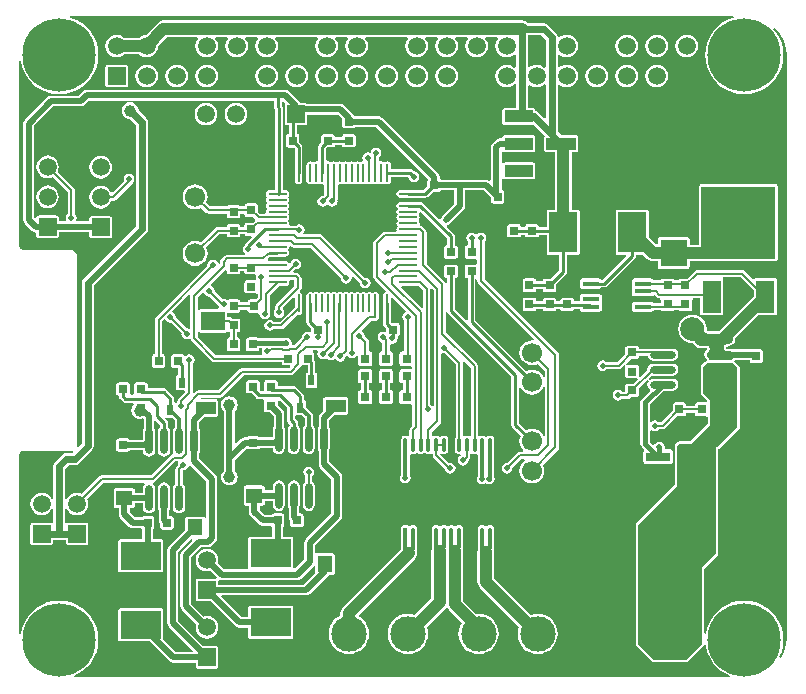
<source format=gtl>
G04 Layer_Physical_Order=1*
G04 Layer_Color=255*
%FSLAX44Y44*%
%MOMM*%
G71*
G01*
G75*
%ADD10R,0.7112X0.7620*%
%ADD11R,0.7620X0.7112*%
%ADD12O,0.2500X1.5500*%
%ADD13O,1.5500X0.2500*%
%ADD14R,2.5000X1.0000*%
%ADD15R,2.4000X1.0000*%
%ADD16R,2.4000X3.3000*%
%ADD17R,2.3000X2.3000*%
%ADD18R,6.3000X6.1000*%
%ADD19R,1.5000X2.8000*%
%ADD20O,2.2000X0.6000*%
%ADD21R,2.1000X0.8000*%
G04:AMPARAMS|DCode=22|XSize=2.1mm|YSize=0.8mm|CornerRadius=0.2mm|HoleSize=0mm|Usage=FLASHONLY|Rotation=0.000|XOffset=0mm|YOffset=0mm|HoleType=Round|Shape=RoundedRectangle|*
%AMROUNDEDRECTD22*
21,1,2.1000,0.4000,0,0,0.0*
21,1,1.7000,0.8000,0,0,0.0*
1,1,0.4000,0.8500,-0.2000*
1,1,0.4000,-0.8500,-0.2000*
1,1,0.4000,-0.8500,0.2000*
1,1,0.4000,0.8500,0.2000*
%
%ADD22ROUNDEDRECTD22*%
%ADD23R,1.4500X0.4500*%
%ADD24R,0.3000X1.2000*%
%ADD25O,0.3000X1.2000*%
%ADD26R,0.8000X0.8000*%
%ADD27R,0.8000X0.8000*%
%ADD28R,1.7000X1.1000*%
%ADD29R,0.6000X0.9000*%
%ADD30O,0.6000X2.2000*%
%ADD31R,1.4000X1.3000*%
%ADD32R,1.3000X1.4000*%
%ADD33R,3.4290X2.4130*%
%ADD34R,2.0000X1.6000*%
%ADD35R,2.4130X3.4290*%
%ADD36C,0.2000*%
%ADD37C,0.3000*%
%ADD38C,0.5000*%
%ADD39C,0.2500*%
%ADD40C,1.0000*%
%ADD41C,0.4000*%
%ADD42C,0.6000*%
%ADD43C,3.0000*%
%ADD44C,1.7000*%
%ADD45R,1.5000X1.5000*%
%ADD46C,1.5000*%
%ADD47R,1.5000X1.5000*%
%ADD48C,0.6000*%
%ADD49C,6.2000*%
%ADD50C,0.5000*%
%ADD51C,2.0000*%
%ADD52C,1.0000*%
G36*
X353941Y304475D02*
Y304000D01*
X353941Y304000D01*
X354174Y302829D01*
X354837Y301837D01*
X402076Y254598D01*
X401483Y253395D01*
X400000Y253591D01*
X397259Y253230D01*
X394705Y252172D01*
X392511Y250489D01*
X390828Y248295D01*
X389770Y245741D01*
X389409Y243000D01*
X389770Y240259D01*
X390828Y237705D01*
X392511Y235511D01*
X394705Y233828D01*
X397259Y232770D01*
X400000Y232409D01*
X402741Y232770D01*
X404977Y233697D01*
X410941Y227733D01*
Y222342D01*
X409671Y222089D01*
X409172Y223295D01*
X407489Y225489D01*
X405295Y227172D01*
X402741Y228230D01*
X400000Y228591D01*
X397259Y228230D01*
X395277Y227409D01*
X352314Y270373D01*
Y305142D01*
X352671Y305301D01*
X353941Y304475D01*
D02*
G37*
G36*
X579701Y265299D02*
X570530Y256128D01*
X570418Y255961D01*
X570276Y255819D01*
X570199Y255634D01*
X570088Y255467D01*
X570048Y255270D01*
X569971Y255084D01*
Y254883D01*
X569932Y254687D01*
X569971Y254489D01*
Y254289D01*
X570019Y254050D01*
X569789Y252895D01*
X569135Y251915D01*
X568155Y251261D01*
X566799Y250991D01*
X566205D01*
X565943Y250939D01*
X565677Y250922D01*
X565556Y250862D01*
X565425Y250836D01*
X565203Y250688D01*
X564964Y250570D01*
X563852Y249717D01*
X563575Y249602D01*
X563408Y249490D01*
X563222Y249414D01*
X563080Y249272D01*
X562913Y249160D01*
X562802Y248993D01*
X562659Y248851D01*
X562583Y248665D01*
X562471Y248498D01*
X562432Y248301D01*
X562355Y248116D01*
Y247915D01*
X562316Y247718D01*
X562355Y247521D01*
Y247320D01*
X562608Y246050D01*
X562684Y245865D01*
X562724Y245668D01*
X562835Y245501D01*
X562912Y245315D01*
X563054Y245173D01*
X563166Y245006D01*
X563333Y244895D01*
X563475Y244752D01*
X563660Y244676D01*
X563827Y244564D01*
X564024Y244525D01*
X564210Y244448D01*
X564411D01*
X564608Y244409D01*
X566799D01*
X568256Y244119D01*
X568353Y244054D01*
X568550Y244015D01*
X568735Y243938D01*
X568936D01*
X569133Y243899D01*
X580000D01*
Y241350D01*
X577451Y238801D01*
X571753D01*
X571653Y238781D01*
X571553Y238791D01*
X571266Y238704D01*
X570972Y238646D01*
X570888Y238590D01*
X570791Y238560D01*
X570560Y238370D01*
X570311Y238204D01*
X570254Y238120D01*
X570176Y238055D01*
X570035Y237791D01*
X569869Y237542D01*
X569849Y237443D01*
X569801Y237354D01*
X569694Y237000D01*
X551124D01*
X550048Y237707D01*
X549985Y237857D01*
X549960Y238018D01*
X549835Y238222D01*
X549743Y238442D01*
X549628Y238557D01*
X549543Y238696D01*
X549349Y238836D01*
X549181Y239005D01*
X548866Y239215D01*
X548211Y240195D01*
X547981Y241350D01*
X548211Y242505D01*
X548865Y243485D01*
X549673Y244024D01*
X549744Y244096D01*
X549833Y244143D01*
X550024Y244375D01*
X550235Y244587D01*
X550274Y244680D01*
X550338Y244758D01*
X550425Y245045D01*
X550540Y245322D01*
Y245423D01*
X550569Y245520D01*
X550540Y245818D01*
Y246117D01*
X550501Y246211D01*
X550491Y246312D01*
X550106Y247582D01*
X550058Y247671D01*
X550039Y247770D01*
X549872Y248019D01*
X549731Y248283D01*
X549653Y248347D01*
X549596Y248431D01*
X549347Y248598D01*
X549116Y248788D01*
X549019Y248817D01*
X548935Y248874D01*
X548641Y248932D01*
X548354Y249019D01*
X548254Y249009D01*
X548155Y249029D01*
X543084D01*
X541655Y249217D01*
X540448Y249717D01*
X539412Y250512D01*
X538617Y251548D01*
X538528Y251762D01*
X538454Y251874D01*
X538410Y252001D01*
X538234Y252201D01*
X538086Y252423D01*
X537975Y252498D01*
X537886Y252599D01*
X537646Y252717D01*
X537425Y252865D01*
X537293Y252892D01*
X537172Y252951D01*
X536906Y252969D01*
X536644Y253020D01*
X536512Y252994D01*
X536378Y253003D01*
X536000Y252953D01*
X533400Y253296D01*
X530977Y254299D01*
X529000Y255816D01*
Y266000D01*
X535000Y272000D01*
X540301D01*
X541023Y271701D01*
X543104Y270104D01*
X544701Y268023D01*
X545704Y265600D01*
X546047Y263000D01*
X545959Y262331D01*
X545963Y262264D01*
X545946Y262199D01*
X545989Y261869D01*
X546011Y261537D01*
X546041Y261477D01*
X546049Y261410D01*
X546216Y261122D01*
X546363Y260824D01*
X546414Y260779D01*
X546447Y260721D01*
X547285Y259766D01*
X547338Y259725D01*
X547376Y259668D01*
X547652Y259484D01*
X547916Y259282D01*
X547981Y259264D01*
X548037Y259226D01*
X548363Y259162D01*
X548685Y259076D01*
X548752Y259084D01*
X548818Y259071D01*
X558425D01*
X558425Y259071D01*
X559206Y259226D01*
X559868Y259668D01*
X559868Y259669D01*
X572199Y272000D01*
X573000D01*
X579701Y265299D01*
D02*
G37*
G36*
X316941Y295733D02*
Y197991D01*
X315671Y197605D01*
X315244Y198244D01*
X314059Y199037D01*
Y296819D01*
X314487Y297141D01*
X315274Y297400D01*
X316941Y295733D01*
D02*
G37*
G36*
X410941Y213658D02*
Y172342D01*
X409671Y172089D01*
X409172Y173295D01*
X407489Y175489D01*
X405295Y177172D01*
X402741Y178230D01*
X400000Y178591D01*
X397259Y178230D01*
X395277Y177409D01*
X389314Y183372D01*
Y213043D01*
X390584Y213295D01*
X390828Y212705D01*
X392511Y210511D01*
X394705Y208828D01*
X397259Y207770D01*
X400000Y207409D01*
X402741Y207770D01*
X405295Y208828D01*
X407489Y210511D01*
X409172Y212705D01*
X409671Y213911D01*
X410941Y213658D01*
D02*
G37*
G36*
X109898Y292264D02*
X110941Y291000D01*
X110941Y291000D01*
Y263794D01*
X109950Y263264D01*
X109671Y263256D01*
X108000Y263588D01*
X107781Y263545D01*
X98545Y272781D01*
X98588Y273000D01*
X98239Y274756D01*
X97244Y276244D01*
X96118Y276997D01*
X95760Y278434D01*
X109629Y292304D01*
X109898Y292264D01*
D02*
G37*
G36*
X141651Y312529D02*
Y311444D01*
X141806Y310664D01*
X142248Y310002D01*
X142910Y309560D01*
X143690Y309405D01*
X151310D01*
X152090Y309560D01*
X152752Y310002D01*
X153194Y310664D01*
X153349Y311444D01*
Y311941D01*
X156651D01*
Y311444D01*
X156806Y310664D01*
X157248Y310002D01*
X157910Y309560D01*
X158690Y309405D01*
X165694D01*
X165866Y309300D01*
X166590Y308380D01*
X166646Y308177D01*
X166412Y307000D01*
X166687Y305615D01*
X166607Y305356D01*
X166120Y304677D01*
X165801Y304395D01*
X158690D01*
X157910Y304240D01*
X157248Y303798D01*
X156806Y303136D01*
X156651Y302356D01*
Y295244D01*
X156806Y294464D01*
X157248Y293802D01*
X157910Y293360D01*
X158690Y293205D01*
X166310D01*
X166671Y293277D01*
X167722Y292649D01*
X167941Y292401D01*
Y289767D01*
X166269Y288095D01*
X161190D01*
X160410Y287940D01*
X159748Y287498D01*
X159306Y286836D01*
X159151Y286056D01*
Y285559D01*
X153349D01*
Y286056D01*
X153194Y286836D01*
X152752Y287498D01*
X152090Y287940D01*
X151310Y288095D01*
X143690D01*
X142910Y287940D01*
X142248Y287498D01*
X141953Y287439D01*
X140756Y288239D01*
X139000Y288588D01*
X137947Y288379D01*
X131545Y294781D01*
X131588Y295000D01*
X131239Y296756D01*
X130244Y298244D01*
X128756Y299239D01*
X128426Y299305D01*
X128008Y300683D01*
X140381Y313055D01*
X141651Y312529D01*
D02*
G37*
G36*
X570804Y526730D02*
X569771Y526482D01*
X564972Y524494D01*
X560543Y521780D01*
X556593Y518407D01*
X553220Y514457D01*
X550506Y510028D01*
X548518Y505229D01*
X547305Y500178D01*
X546898Y495000D01*
X547305Y489822D01*
X548518Y484771D01*
X550506Y479972D01*
X553220Y475543D01*
X556593Y471593D01*
X560543Y468220D01*
X564972Y465506D01*
X569771Y463518D01*
X574822Y462305D01*
X580000Y461898D01*
X585178Y462305D01*
X590229Y463518D01*
X595028Y465506D01*
X599457Y468220D01*
X603407Y471593D01*
X606780Y475543D01*
X609494Y479972D01*
X611482Y484771D01*
X612695Y489822D01*
X613102Y495000D01*
X612695Y500178D01*
X611482Y505229D01*
X609494Y510028D01*
X606780Y514457D01*
X604387Y517259D01*
X605321Y518121D01*
X607327Y516110D01*
X610113Y512471D01*
X612400Y508500D01*
X614149Y504264D01*
X615330Y499836D01*
X615923Y495291D01*
X615920Y493000D01*
Y3000D01*
X615923Y709D01*
X615330Y-3836D01*
X614149Y-8264D01*
X612400Y-12500D01*
X610676Y-15492D01*
X609535Y-14930D01*
X611482Y-10229D01*
X612695Y-5178D01*
X613102Y-0D01*
X612695Y5178D01*
X611482Y10229D01*
X609494Y15028D01*
X606780Y19457D01*
X603407Y23407D01*
X599457Y26780D01*
X595028Y29494D01*
X590229Y31482D01*
X585178Y32694D01*
X580000Y33102D01*
X574822Y32694D01*
X569771Y31482D01*
X564972Y29494D01*
X560543Y26780D01*
X556593Y23407D01*
X553220Y19457D01*
X550506Y15028D01*
X548518Y10229D01*
X547305Y5178D01*
X546039Y5275D01*
Y60155D01*
X557442Y71558D01*
X557884Y72220D01*
X558039Y73000D01*
Y161289D01*
X558442Y161558D01*
X558442Y161558D01*
X575442Y178558D01*
X575884Y179220D01*
X576039Y180000D01*
Y230000D01*
X575884Y230780D01*
X575442Y231442D01*
X575442Y231442D01*
X571442Y235442D01*
X571367Y235492D01*
X571753Y236762D01*
X584405D01*
Y236190D01*
X584560Y235410D01*
X585002Y234748D01*
X585664Y234306D01*
X586444Y234151D01*
X593556D01*
X594336Y234306D01*
X594998Y234748D01*
X595440Y235410D01*
X595595Y236190D01*
Y243810D01*
X595440Y244590D01*
X594998Y245252D01*
X594336Y245694D01*
X593556Y245849D01*
X589097D01*
X588650Y245938D01*
X569133D01*
X568951Y246060D01*
X567000Y246448D01*
X564608D01*
X564355Y247718D01*
X564880Y247936D01*
X566205Y248952D01*
X567000D01*
X568951Y249340D01*
X570605Y250445D01*
X571710Y252099D01*
X572098Y254050D01*
X571971Y254687D01*
X591746Y274461D01*
X605300D01*
X606080Y274616D01*
X606742Y275058D01*
X607184Y275720D01*
X607339Y276500D01*
Y304500D01*
X607184Y305280D01*
X606742Y305942D01*
X606080Y306384D01*
X605300Y306539D01*
X590300D01*
X589520Y306384D01*
X588858Y305942D01*
X588707Y305715D01*
X587428Y305427D01*
X587158Y305467D01*
X580463Y312163D01*
X579470Y312826D01*
X578300Y313059D01*
X578300Y313059D01*
X540000D01*
X538829Y312826D01*
X537837Y312163D01*
X537837Y312163D01*
X531269Y305595D01*
X526190D01*
X525410Y305440D01*
X524748Y304998D01*
X524455Y304559D01*
X520545D01*
X520252Y304998D01*
X519590Y305440D01*
X518810Y305595D01*
X511190D01*
X510410Y305440D01*
X509748Y304998D01*
X509455Y304559D01*
X503115D01*
X502692Y305192D01*
X502030Y305634D01*
X501250Y305789D01*
X486750D01*
X485970Y305634D01*
X485308Y305192D01*
X484866Y304530D01*
X484711Y303750D01*
Y299250D01*
X484866Y298470D01*
X485013Y298250D01*
X484866Y298030D01*
X484711Y297250D01*
Y292750D01*
X484866Y291970D01*
X485308Y291308D01*
X485970Y290866D01*
X486750Y290711D01*
X501250D01*
X502030Y290866D01*
X502692Y291308D01*
X502713Y291339D01*
X504215Y291459D01*
X505837Y289837D01*
X505837Y289837D01*
X506829Y289174D01*
X508000Y288941D01*
X508316D01*
X508549Y288752D01*
X509214Y287671D01*
X509151Y287356D01*
Y285059D01*
X503115D01*
X502692Y285692D01*
X502030Y286134D01*
X501250Y286289D01*
X486750D01*
X485970Y286134D01*
X485308Y285692D01*
X484866Y285030D01*
X484711Y284250D01*
Y279750D01*
X484866Y278970D01*
X485308Y278308D01*
X485970Y277866D01*
X486750Y277711D01*
X501250D01*
X502030Y277866D01*
X502692Y278308D01*
X503115Y278941D01*
X509655D01*
X509748Y278802D01*
X510410Y278360D01*
X511190Y278205D01*
X518810D01*
X519590Y278360D01*
X520252Y278802D01*
X520345Y278941D01*
X524655D01*
X524748Y278802D01*
X525410Y278360D01*
X526190Y278205D01*
X533810D01*
X534590Y278360D01*
X535252Y278802D01*
X535694Y279464D01*
X535849Y280244D01*
Y287356D01*
X535787Y287671D01*
X536451Y288752D01*
X536684Y288941D01*
X542661D01*
Y276500D01*
X542816Y275720D01*
X543258Y275058D01*
X543920Y274616D01*
X544700Y274461D01*
X559700D01*
X560480Y274616D01*
X561142Y275058D01*
X561584Y275720D01*
X561739Y276500D01*
Y304500D01*
X561584Y305280D01*
X561323Y305671D01*
X561650Y306624D01*
X561885Y306941D01*
X577033D01*
X588261Y295713D01*
Y290946D01*
X558425Y261110D01*
X548818D01*
X547980Y262065D01*
X548104Y263000D01*
X547691Y266133D01*
X546482Y269052D01*
X544558Y271558D01*
X542052Y273482D01*
X539133Y274691D01*
X536000Y275104D01*
X532867Y274691D01*
X529948Y273482D01*
X527441Y271558D01*
X525518Y269052D01*
X524309Y266133D01*
X523896Y263000D01*
X524309Y259867D01*
X525518Y256948D01*
X527441Y254442D01*
X529948Y252518D01*
X532867Y251309D01*
X536000Y250896D01*
X536644Y250981D01*
X536836Y250520D01*
X537958Y249058D01*
X539420Y247936D01*
X541123Y247230D01*
X542950Y246990D01*
X548155D01*
X548540Y245720D01*
X547395Y244955D01*
X546290Y243301D01*
X545902Y241350D01*
X546290Y239399D01*
X547395Y237745D01*
X548048Y237309D01*
X548025Y236694D01*
X547740Y235987D01*
X547220Y235884D01*
X546558Y235442D01*
X546558Y235442D01*
X543558Y232442D01*
X543116Y231780D01*
X542961Y231000D01*
Y209000D01*
X542961Y209000D01*
X543116Y208220D01*
X543558Y207558D01*
X543558Y207558D01*
X548532Y202584D01*
X548396Y201723D01*
X547356Y200849D01*
X540244D01*
X539464Y200694D01*
X538802Y200252D01*
X538360Y199590D01*
X538205Y198810D01*
Y198059D01*
X530595D01*
Y198810D01*
X530440Y199590D01*
X529998Y200252D01*
X529336Y200694D01*
X528556Y200849D01*
X521444D01*
X520664Y200694D01*
X520002Y200252D01*
X519560Y199590D01*
X519405Y198810D01*
Y193731D01*
X509733Y184059D01*
X507368D01*
X507244Y184244D01*
X505756Y185239D01*
X504000Y185588D01*
X502244Y185239D01*
X501348Y184640D01*
X500078Y185319D01*
Y199261D01*
X511670Y210852D01*
X519000D01*
X520951Y211240D01*
X522605Y212345D01*
X523710Y213999D01*
X524098Y215950D01*
X523710Y217901D01*
X522605Y219555D01*
X520951Y220660D01*
X519000Y221048D01*
X503000D01*
X501049Y220660D01*
X500158Y220065D01*
X499641Y219719D01*
X498831Y220705D01*
X501897Y223771D01*
X503000Y223552D01*
X519000D01*
X520951Y223940D01*
X522605Y225045D01*
X523710Y226699D01*
X524098Y228650D01*
X523710Y230601D01*
X522605Y232255D01*
X520951Y233360D01*
X519000Y233748D01*
X503000D01*
X501049Y233360D01*
X499395Y232255D01*
X498290Y230601D01*
X497902Y228650D01*
X497939Y228465D01*
X491952Y222477D01*
X490781Y223103D01*
X490849Y223444D01*
Y230556D01*
X490694Y231336D01*
X490252Y231998D01*
X489590Y232440D01*
X488810Y232595D01*
X481190D01*
X480410Y232440D01*
X480270Y232347D01*
X480266Y232344D01*
X480111Y232532D01*
X480086Y232563D01*
X479456Y233330D01*
X483731Y237605D01*
X488810D01*
X489590Y237760D01*
X490252Y238202D01*
X490694Y238864D01*
X490849Y239644D01*
Y240141D01*
X498143D01*
X498290Y239399D01*
X499395Y237745D01*
X501049Y236640D01*
X503000Y236252D01*
X519000D01*
X520951Y236640D01*
X522605Y237745D01*
X523710Y239399D01*
X524098Y241350D01*
X523710Y243301D01*
X522605Y244955D01*
X520951Y246060D01*
X519000Y246448D01*
X503000D01*
X502049Y246259D01*
X490849D01*
Y246756D01*
X490694Y247536D01*
X490252Y248198D01*
X489590Y248640D01*
X488810Y248795D01*
X481190D01*
X480410Y248640D01*
X479748Y248198D01*
X479306Y247536D01*
X479151Y246756D01*
Y241677D01*
X472533Y235059D01*
X463368D01*
X463244Y235244D01*
X461756Y236239D01*
X460000Y236588D01*
X458244Y236239D01*
X456756Y235244D01*
X455761Y233756D01*
X455412Y232000D01*
X455761Y230244D01*
X456756Y228756D01*
X458244Y227761D01*
X460000Y227412D01*
X461756Y227761D01*
X463244Y228756D01*
X463368Y228941D01*
X473800D01*
X473800Y228941D01*
X474971Y229174D01*
X475963Y229837D01*
X478416Y232290D01*
X479402Y231481D01*
X479399Y231476D01*
X479306Y231336D01*
X479151Y230556D01*
Y223444D01*
X479306Y222664D01*
X479748Y222002D01*
X480410Y221560D01*
X481190Y221405D01*
X488810D01*
X489151Y221473D01*
X489776Y220302D01*
X486269Y216795D01*
X481190D01*
X480410Y216640D01*
X479748Y216198D01*
X479306Y215536D01*
X479151Y214756D01*
Y210059D01*
X476368D01*
X476244Y210244D01*
X474756Y211239D01*
X473000Y211588D01*
X471244Y211239D01*
X469756Y210244D01*
X468761Y208756D01*
X468412Y207000D01*
X468761Y205244D01*
X469756Y203756D01*
X471244Y202761D01*
X473000Y202412D01*
X474756Y202761D01*
X476244Y203756D01*
X476368Y203941D01*
X480800D01*
X480800Y203941D01*
X481971Y204174D01*
X482963Y204837D01*
X483731Y205605D01*
X488810D01*
X489590Y205760D01*
X490252Y206202D01*
X490694Y206864D01*
X490849Y207644D01*
Y212723D01*
X498245Y220119D01*
X499231Y219309D01*
X498886Y218792D01*
X498290Y217901D01*
X497902Y215950D01*
X498290Y213999D01*
X499395Y212345D01*
X499901Y212007D01*
X500026Y210743D01*
X493116Y203834D01*
X492232Y202511D01*
X491922Y200950D01*
X491922Y200950D01*
Y166000D01*
X491922Y166000D01*
X492232Y164439D01*
X493116Y163116D01*
X495124Y161109D01*
X495058Y160442D01*
X494616Y159780D01*
X494461Y159000D01*
Y151000D01*
X494616Y150220D01*
X495058Y149558D01*
X495720Y149116D01*
X496500Y148961D01*
X517500D01*
X518280Y149116D01*
X518942Y149558D01*
X519384Y150220D01*
X519539Y151000D01*
Y159000D01*
X519384Y159780D01*
X518942Y160442D01*
X518280Y160884D01*
X517500Y161039D01*
X513493D01*
X512451Y162309D01*
X512588Y163000D01*
X512239Y164756D01*
X511244Y166244D01*
X509756Y167239D01*
X508000Y167588D01*
X506244Y167239D01*
X504756Y166244D01*
X504180Y165383D01*
X502639Y165129D01*
X500078Y167689D01*
Y176681D01*
X501348Y177360D01*
X502244Y176761D01*
X504000Y176412D01*
X505756Y176761D01*
X507244Y177756D01*
X507368Y177941D01*
X511000D01*
X511000Y177941D01*
X512171Y178174D01*
X513163Y178837D01*
X523477Y189151D01*
X528556D01*
X529336Y189306D01*
X529998Y189748D01*
X530440Y190410D01*
X530595Y191190D01*
Y191941D01*
X538205D01*
Y191190D01*
X538360Y190410D01*
X538802Y189748D01*
X539464Y189306D01*
X540244Y189151D01*
X547356D01*
X547691Y189217D01*
X548759Y188568D01*
X548961Y188329D01*
Y182845D01*
X534155Y168039D01*
X525000D01*
X524220Y167884D01*
X523558Y167442D01*
X521558Y165442D01*
X521116Y164780D01*
X520961Y164000D01*
Y130845D01*
X488558Y98442D01*
X488116Y97780D01*
X487961Y97000D01*
X487961Y-4000D01*
X488116Y-4780D01*
X488558Y-5442D01*
X501558Y-18442D01*
X502220Y-18884D01*
X503000Y-19039D01*
X531000D01*
X531000Y-19039D01*
X531780Y-18884D01*
X532442Y-18442D01*
X532442Y-18442D01*
X545442Y-5442D01*
X545884Y-4780D01*
X545967Y-4361D01*
X547247Y-4437D01*
X547305Y-5178D01*
X548518Y-10229D01*
X550506Y-15028D01*
X553220Y-19457D01*
X556593Y-23407D01*
X560543Y-26780D01*
X564972Y-29494D01*
X567956Y-30730D01*
X567703Y-32000D01*
X12297D01*
X12044Y-30730D01*
X15028Y-29494D01*
X19457Y-26780D01*
X23407Y-23407D01*
X26780Y-19457D01*
X29494Y-15028D01*
X31482Y-10229D01*
X32694Y-5178D01*
X33102Y0D01*
X32694Y5178D01*
X31482Y10229D01*
X29494Y15028D01*
X26780Y19457D01*
X23407Y23407D01*
X19457Y26780D01*
X15028Y29494D01*
X10229Y31482D01*
X5178Y32694D01*
X0Y33102D01*
X-5178Y32694D01*
X-10229Y31482D01*
X-15028Y29494D01*
X-19457Y26780D01*
X-23407Y23407D01*
X-26780Y19457D01*
X-29494Y15028D01*
X-31482Y10229D01*
X-32694Y5178D01*
X-32730Y4727D01*
X-34000Y4777D01*
Y156000D01*
Y156796D01*
X-33391Y158266D01*
X-32266Y159391D01*
X-30796Y160000D01*
X10000D01*
X10975Y160096D01*
X11172Y160177D01*
X11891Y159101D01*
X10888Y158098D01*
X6000D01*
X4049Y157710D01*
X2395Y156605D01*
X-3605Y150605D01*
X-4710Y148951D01*
X-5098Y147000D01*
Y119238D01*
X-6368Y118985D01*
X-6702Y119791D01*
X-8224Y121775D01*
X-10209Y123298D01*
X-12520Y124255D01*
X-15000Y124582D01*
X-17480Y124255D01*
X-19791Y123298D01*
X-21775Y121775D01*
X-23298Y119791D01*
X-24255Y117480D01*
X-24582Y115000D01*
X-24255Y112520D01*
X-23298Y110209D01*
X-21775Y108224D01*
X-19791Y106702D01*
X-17480Y105744D01*
X-15000Y105418D01*
X-12520Y105744D01*
X-10209Y106702D01*
X-8224Y108224D01*
X-6702Y110209D01*
X-6368Y111015D01*
X-5098Y110762D01*
Y99312D01*
X-5316Y99136D01*
X-6368Y98749D01*
X-6720Y98984D01*
X-7500Y99139D01*
X-22500D01*
X-23280Y98984D01*
X-23942Y98542D01*
X-24384Y97880D01*
X-24539Y97100D01*
Y82100D01*
X-24384Y81320D01*
X-23942Y80658D01*
X-23280Y80216D01*
X-22500Y80061D01*
X-7500D01*
X-6720Y80216D01*
X-6058Y80658D01*
X-5616Y81320D01*
X-5461Y82100D01*
Y84502D01*
X5461D01*
Y82100D01*
X5616Y81320D01*
X6058Y80658D01*
X6720Y80216D01*
X7500Y80061D01*
X22500D01*
X23280Y80216D01*
X23942Y80658D01*
X24384Y81320D01*
X24539Y82100D01*
Y97100D01*
X24384Y97880D01*
X23942Y98542D01*
X23280Y98984D01*
X22500Y99139D01*
X7500D01*
X6720Y98984D01*
X6368Y98749D01*
X5316Y99136D01*
X5098Y99312D01*
Y110762D01*
X6368Y111015D01*
X6702Y110209D01*
X8224Y108224D01*
X10209Y106702D01*
X12520Y105744D01*
X15000Y105418D01*
X17480Y105744D01*
X19791Y106702D01*
X21775Y108224D01*
X23298Y110209D01*
X24255Y112520D01*
X24582Y115000D01*
X24255Y117480D01*
X23538Y119212D01*
X37267Y132941D01*
X72009D01*
X72395Y131671D01*
X72295Y131605D01*
X71190Y129951D01*
X70802Y128000D01*
Y124588D01*
X63989D01*
Y126500D01*
X63834Y127280D01*
X63392Y127942D01*
X62730Y128384D01*
X61950Y128539D01*
X47950D01*
X47170Y128384D01*
X46508Y127942D01*
X46066Y127280D01*
X45911Y126500D01*
Y113500D01*
X46066Y112720D01*
X46508Y112058D01*
X47170Y111616D01*
X47950Y111461D01*
X50362D01*
Y106050D01*
X50711Y104294D01*
X51706Y102806D01*
X58756Y95756D01*
X60244Y94761D01*
X62000Y94412D01*
X69510D01*
X69510Y94410D01*
X69952Y93748D01*
X70362Y93474D01*
Y85104D01*
X51805D01*
X51025Y84949D01*
X50363Y84507D01*
X49921Y83845D01*
X49766Y83065D01*
Y58935D01*
X49921Y58155D01*
X50363Y57493D01*
X51025Y57051D01*
X51805Y56896D01*
X86095D01*
X86875Y57051D01*
X87537Y57493D01*
X87979Y58155D01*
X88134Y58935D01*
Y83065D01*
X87979Y83845D01*
X87537Y84507D01*
X86875Y84949D01*
X86095Y85104D01*
X79538D01*
Y93474D01*
X79948Y93748D01*
X80390Y94410D01*
X80545Y95190D01*
Y102810D01*
X80390Y103590D01*
X79948Y104252D01*
X79286Y104694D01*
X78506Y104849D01*
X71394D01*
X70614Y104694D01*
X69952Y104252D01*
X69510Y103590D01*
X69510Y103588D01*
X63900D01*
X59538Y107950D01*
Y111461D01*
X61950D01*
X62730Y111616D01*
X63392Y112058D01*
X63834Y112720D01*
X63989Y113500D01*
Y115412D01*
X70802D01*
Y112000D01*
X71190Y110049D01*
X72295Y108395D01*
X73949Y107290D01*
X75900Y106902D01*
X77851Y107290D01*
X79505Y108395D01*
X80610Y110049D01*
X80998Y112000D01*
Y128000D01*
X80610Y129951D01*
X79505Y131605D01*
X79341Y131714D01*
X79609Y133062D01*
X80171Y133174D01*
X81163Y133837D01*
X98267Y150941D01*
X100206D01*
X100736Y149950D01*
X100744Y149671D01*
X100412Y148000D01*
X100455Y147781D01*
X99137Y146463D01*
X98474Y145471D01*
X98241Y144300D01*
X98241Y144300D01*
Y131970D01*
X97695Y131605D01*
X96590Y129951D01*
X96202Y128000D01*
Y112000D01*
X96590Y110049D01*
X97695Y108395D01*
X99349Y107290D01*
X101300Y106902D01*
X103251Y107290D01*
X104905Y108395D01*
X106010Y110049D01*
X106398Y112000D01*
Y128000D01*
X106010Y129951D01*
X104905Y131605D01*
X104359Y131970D01*
Y142326D01*
X105000Y143412D01*
X106756Y143761D01*
X108244Y144756D01*
X109239Y146244D01*
X109468Y147397D01*
X110500Y147684D01*
X110821Y147690D01*
X124412Y134100D01*
Y103528D01*
X123142Y103143D01*
X122942Y103442D01*
X122280Y103884D01*
X121500Y104039D01*
X108500D01*
X107720Y103884D01*
X107058Y103442D01*
X106616Y102780D01*
X106461Y102000D01*
Y92949D01*
X92756Y79244D01*
X91761Y77756D01*
X91412Y76000D01*
Y14000D01*
X91761Y12244D01*
X92756Y10756D01*
X112750Y-9238D01*
X112264Y-10412D01*
X98461D01*
X88030Y19D01*
X88134Y545D01*
Y24675D01*
X87979Y25455D01*
X87537Y26117D01*
X86875Y26559D01*
X86095Y26714D01*
X51805D01*
X51025Y26559D01*
X50363Y26117D01*
X49921Y25455D01*
X49766Y24675D01*
Y545D01*
X49921Y-235D01*
X50363Y-897D01*
X51025Y-1339D01*
X51805Y-1494D01*
X76566D01*
X93316Y-18244D01*
X94804Y-19239D01*
X96560Y-19588D01*
X115461D01*
Y-22500D01*
X115616Y-23280D01*
X116058Y-23942D01*
X116720Y-24384D01*
X117500Y-24539D01*
X132500D01*
X133280Y-24384D01*
X133942Y-23942D01*
X134384Y-23280D01*
X134539Y-22500D01*
Y-7500D01*
X134384Y-6720D01*
X133942Y-6058D01*
X133280Y-5616D01*
X132500Y-5461D01*
X121950D01*
X100588Y15900D01*
Y74099D01*
X111734Y85246D01*
X111923Y85208D01*
X112341Y83830D01*
X103756Y75244D01*
X102761Y73756D01*
X102412Y72000D01*
Y28400D01*
X102761Y26644D01*
X103756Y25156D01*
X115829Y13083D01*
X115744Y12880D01*
X115418Y10400D01*
X115744Y7920D01*
X116702Y5609D01*
X118225Y3625D01*
X120209Y2102D01*
X122520Y1145D01*
X125000Y818D01*
X127480Y1145D01*
X129791Y2102D01*
X131776Y3625D01*
X133298Y5609D01*
X134256Y7920D01*
X134582Y10400D01*
X134256Y12880D01*
X133298Y15191D01*
X131776Y17176D01*
X129791Y18698D01*
X127480Y19655D01*
X125000Y19982D01*
X122520Y19655D01*
X122317Y19571D01*
X111588Y30301D01*
Y70100D01*
X119901Y78412D01*
X126000D01*
X127756Y78761D01*
X129244Y79756D01*
X132244Y82756D01*
X133239Y84244D01*
X133588Y86000D01*
Y136000D01*
X133239Y137756D01*
X132244Y139244D01*
X118588Y152900D01*
Y157867D01*
X118710Y158049D01*
X119098Y160000D01*
Y176000D01*
X118710Y177951D01*
X118588Y178133D01*
Y184163D01*
X122899Y188475D01*
X132450D01*
X133230Y188630D01*
X133892Y189072D01*
X134334Y189734D01*
X134489Y190514D01*
Y201514D01*
X134334Y202294D01*
X133892Y202956D01*
X133230Y203398D01*
X132450Y203553D01*
X120631D01*
X119952Y204823D01*
X120031Y204941D01*
X136000D01*
X136000Y204941D01*
X137170Y205174D01*
X138163Y205837D01*
X156267Y223941D01*
X196000D01*
X196000Y223941D01*
X197171Y224174D01*
X198163Y224837D01*
X204163Y230837D01*
X204163Y230837D01*
X204645Y231559D01*
X205814Y232306D01*
X206594Y232151D01*
X210136D01*
Y225977D01*
X209670Y225884D01*
X209008Y225442D01*
X208566Y224780D01*
X208411Y224000D01*
Y215000D01*
X208566Y214220D01*
X209008Y213558D01*
X209670Y213116D01*
X210450Y212961D01*
X216450D01*
X217230Y213116D01*
X217892Y213558D01*
X218334Y214220D01*
X218489Y215000D01*
Y224000D01*
X218334Y224780D01*
X217892Y225442D01*
X217230Y225884D01*
X216764Y225977D01*
Y234700D01*
X216511Y235968D01*
X215793Y237043D01*
X215745Y237091D01*
Y241810D01*
X215590Y242590D01*
X215148Y243252D01*
X214486Y243694D01*
X214726Y244941D01*
X218206D01*
X218736Y243950D01*
X218744Y243671D01*
X218412Y242000D01*
X218761Y240244D01*
X219756Y238756D01*
X221244Y237761D01*
X223000Y237412D01*
X224756Y237761D01*
X226136Y238683D01*
X226756Y237756D01*
X228244Y236761D01*
X230000Y236412D01*
X231756Y236761D01*
X233244Y237756D01*
X234429Y237243D01*
X234755Y236755D01*
X236244Y235761D01*
X237999Y235411D01*
X239755Y235761D01*
X241244Y236755D01*
X242238Y238244D01*
X242588Y240000D01*
X243815Y240340D01*
X244404Y240282D01*
X244756Y239756D01*
X246244Y238761D01*
X248000Y238412D01*
X249756Y238761D01*
X251244Y239756D01*
X251691Y240424D01*
X252961Y240039D01*
Y234000D01*
X253116Y233220D01*
X253558Y232558D01*
X254220Y232116D01*
X255000Y231961D01*
X263000D01*
X263780Y232116D01*
X264442Y232558D01*
X264884Y233220D01*
X265039Y234000D01*
Y242000D01*
X264884Y242780D01*
X264442Y243442D01*
X263780Y243884D01*
X263000Y244039D01*
X262059D01*
Y252000D01*
X261826Y253171D01*
X261163Y254163D01*
X261163Y254163D01*
X258545Y256781D01*
X258588Y257000D01*
X258239Y258756D01*
X257244Y260244D01*
X256251Y260908D01*
X255945Y262397D01*
X263489Y269941D01*
X267000D01*
X267000Y269941D01*
X268171Y270174D01*
X269163Y270837D01*
X269663Y271337D01*
X269663Y271337D01*
X270326Y272330D01*
X270559Y273500D01*
X270559Y273500D01*
Y276978D01*
X270561Y276982D01*
X270814Y278250D01*
Y291250D01*
X270561Y292518D01*
X269843Y293593D01*
X268768Y294311D01*
X267500Y294564D01*
X266232Y294311D01*
X265157Y293593D01*
X264843D01*
X263768Y294311D01*
X262500Y294564D01*
X261232Y294311D01*
X260157Y293593D01*
X259843D01*
X258768Y294311D01*
X257500Y294564D01*
X256232Y294311D01*
X255157Y293593D01*
X254843D01*
X253768Y294311D01*
X252500Y294564D01*
X251232Y294311D01*
X250157Y293593D01*
X249843D01*
X248768Y294311D01*
X247500Y294564D01*
X246232Y294311D01*
X245157Y293593D01*
X244843D01*
X243768Y294311D01*
X242500Y294564D01*
X241232Y294311D01*
X240157Y293593D01*
X239843D01*
X238768Y294311D01*
X237500Y294564D01*
X236232Y294311D01*
X235157Y293593D01*
X234843D01*
X233768Y294311D01*
X232500Y294564D01*
X231232Y294311D01*
X230157Y293593D01*
X229843D01*
X228768Y294311D01*
X227500Y294564D01*
X226232Y294311D01*
X225157Y293593D01*
X224843D01*
X223768Y294311D01*
X222500Y294564D01*
X221232Y294311D01*
X220157Y293593D01*
X219843D01*
X218768Y294311D01*
X217500Y294564D01*
X216232Y294311D01*
X215157Y293593D01*
X214843D01*
X213768Y294311D01*
X212500Y294564D01*
X211232Y294311D01*
X210157Y293593D01*
X209439Y292518D01*
X209186Y291250D01*
Y284750D01*
Y278250D01*
Y268700D01*
X209439Y267432D01*
X210157Y266357D01*
X213105Y263409D01*
Y260684D01*
X211985Y260085D01*
X211755Y260238D01*
X210000Y260588D01*
X208244Y260238D01*
X206755Y259244D01*
X205761Y257755D01*
X205411Y256000D01*
X205455Y255781D01*
X198733Y249059D01*
X197497D01*
X196455Y250329D01*
X196588Y251000D01*
X196239Y252756D01*
X195244Y254244D01*
X193756Y255239D01*
X192000Y255588D01*
X190244Y255239D01*
X190004Y255078D01*
X168814D01*
X168698Y255252D01*
X168036Y255694D01*
X167256Y255849D01*
X160144D01*
X159364Y255694D01*
X158702Y255252D01*
X158260Y254590D01*
X158105Y253810D01*
Y246190D01*
X158260Y245410D01*
X158702Y244748D01*
X159364Y244306D01*
X160144Y244151D01*
X167256D01*
X168036Y244306D01*
X168698Y244748D01*
X169140Y245410D01*
X169295Y246190D01*
Y246922D01*
X171193D01*
X171709Y245957D01*
X171740Y245652D01*
X171412Y244000D01*
X171744Y242329D01*
X171736Y242050D01*
X171206Y241059D01*
X132267D01*
X117059Y256267D01*
Y260520D01*
X118329Y260901D01*
X118558Y260558D01*
X119220Y260116D01*
X120000Y259961D01*
X140000D01*
X140780Y260116D01*
X141442Y260558D01*
X142083Y261150D01*
X142910Y260860D01*
X143690Y260705D01*
X144441D01*
Y255849D01*
X143944D01*
X143164Y255694D01*
X142502Y255252D01*
X142060Y254590D01*
X141905Y253810D01*
Y246190D01*
X142060Y245410D01*
X142502Y244748D01*
X143164Y244306D01*
X143944Y244151D01*
X151056D01*
X151836Y244306D01*
X152498Y244748D01*
X152940Y245410D01*
X153095Y246190D01*
Y253810D01*
X152940Y254590D01*
X152498Y255252D01*
X151836Y255694D01*
X151056Y255849D01*
X150559D01*
Y260705D01*
X151310D01*
X152090Y260860D01*
X152752Y261302D01*
X153194Y261964D01*
X153349Y262744D01*
Y269856D01*
X153194Y270636D01*
X152752Y271298D01*
X152090Y271740D01*
X151310Y271895D01*
X146231D01*
X145963Y272163D01*
X144971Y272826D01*
X143800Y273059D01*
X143800Y273059D01*
X142039D01*
Y276114D01*
X142274Y276369D01*
X143309Y276980D01*
X143690Y276905D01*
X151310D01*
X152090Y277060D01*
X152752Y277502D01*
X153194Y278164D01*
X153349Y278944D01*
Y279441D01*
X159151D01*
Y278944D01*
X159306Y278164D01*
X159748Y277502D01*
X160410Y277060D01*
X161190Y276905D01*
X168297D01*
X169412Y276000D01*
X169445Y275835D01*
X169761Y274244D01*
X170756Y272756D01*
X172244Y271761D01*
X174000Y271412D01*
X175756Y271761D01*
X177244Y272756D01*
X178239Y274244D01*
X178588Y276000D01*
X178239Y277756D01*
X178059Y278025D01*
Y291483D01*
X185762Y299186D01*
X191250D01*
X192518Y299439D01*
X193593Y300157D01*
X194311Y301232D01*
X194564Y302500D01*
X194430Y303171D01*
X195273Y304441D01*
X198941D01*
Y299267D01*
X183837Y284163D01*
X183174Y283171D01*
X182941Y282000D01*
X182941Y282000D01*
Y280368D01*
X182756Y280244D01*
X181761Y278756D01*
X181412Y277000D01*
X181761Y275244D01*
X182756Y273756D01*
X184244Y272761D01*
X186000Y272412D01*
X187756Y272761D01*
X189244Y273756D01*
X190239Y275244D01*
X190588Y277000D01*
X190239Y278756D01*
X189244Y280244D01*
X189752Y281427D01*
X198013Y289687D01*
X199186Y289201D01*
Y281512D01*
X186733Y269059D01*
X181368D01*
X181244Y269244D01*
X179756Y270239D01*
X178000Y270588D01*
X176244Y270239D01*
X174756Y269244D01*
X173761Y267756D01*
X173412Y266000D01*
X173761Y264244D01*
X174756Y262756D01*
X176244Y261761D01*
X178000Y261412D01*
X179756Y261761D01*
X181244Y262756D01*
X181368Y262941D01*
X188000D01*
X188000Y262941D01*
X189170Y263174D01*
X190163Y263837D01*
X201467Y275142D01*
X202500Y274936D01*
X203768Y275189D01*
X204843Y275907D01*
X205561Y276982D01*
X205814Y278250D01*
Y291250D01*
X205561Y292518D01*
X204843Y293593D01*
X204167Y294045D01*
X203823Y295497D01*
X204163Y295837D01*
X204826Y296829D01*
X205059Y298000D01*
X205059Y298000D01*
Y306000D01*
X205059Y306000D01*
X204826Y307171D01*
X204163Y308163D01*
X204163Y308163D01*
X202663Y309663D01*
X201670Y310326D01*
X200500Y310559D01*
X200500Y310559D01*
X198544D01*
X198058Y311732D01*
X199781Y313455D01*
X200000Y313412D01*
X201756Y313761D01*
X203244Y314756D01*
X204239Y316244D01*
X204588Y318000D01*
X204239Y319756D01*
X203244Y321244D01*
X201756Y322239D01*
X200000Y322588D01*
X198244Y322239D01*
X196756Y321244D01*
X195761Y319756D01*
X195585Y318873D01*
X194496Y318783D01*
X194279Y318816D01*
X193593Y319843D01*
X192518Y320561D01*
X191250Y320814D01*
X178250D01*
X176982Y320561D01*
X176637Y320867D01*
X176510Y322445D01*
X177757Y323691D01*
X184000D01*
X184000Y323691D01*
X185170Y323924D01*
X185563Y324186D01*
X191250D01*
X192518Y324439D01*
X193593Y325157D01*
X194311Y326232D01*
X194564Y327500D01*
X194311Y328768D01*
X193593Y329843D01*
Y330157D01*
X194311Y331232D01*
X194564Y332500D01*
X195607Y333522D01*
X196074Y333601D01*
X196837Y332837D01*
X196837Y332837D01*
X197829Y332174D01*
X199000Y331941D01*
X212733D01*
X238455Y306219D01*
X238412Y306000D01*
X238761Y304244D01*
X239756Y302756D01*
X241244Y301761D01*
X243000Y301412D01*
X244756Y301761D01*
X246244Y302756D01*
X247239Y304244D01*
X247588Y306000D01*
X247504Y306425D01*
X248514Y307856D01*
X248778Y307896D01*
X254455Y302219D01*
X254412Y302000D01*
X254761Y300244D01*
X255756Y298756D01*
X257244Y297761D01*
X259000Y297412D01*
X260756Y297761D01*
X262244Y298756D01*
X263239Y300244D01*
X263588Y302000D01*
X263239Y303756D01*
X262244Y305244D01*
X260756Y306239D01*
X259000Y306588D01*
X258781Y306545D01*
X223163Y342163D01*
X222171Y342826D01*
X221000Y343059D01*
X221000Y343059D01*
X207306D01*
X206627Y344329D01*
X207239Y345244D01*
X207588Y347000D01*
X207239Y348756D01*
X206244Y350244D01*
X204756Y351239D01*
X203000Y351588D01*
X201244Y351239D01*
X200226Y350559D01*
X195273D01*
X194430Y351829D01*
X194564Y352500D01*
X194311Y353768D01*
X193593Y354843D01*
Y355157D01*
X194311Y356232D01*
X194564Y357500D01*
X194311Y358768D01*
X194154Y359004D01*
X193669Y360000D01*
X194154Y360996D01*
X194311Y361232D01*
X194564Y362500D01*
X194311Y363768D01*
X194154Y364004D01*
X193669Y365000D01*
X194154Y365996D01*
X194311Y366232D01*
X194564Y367500D01*
X194311Y368768D01*
X193593Y369843D01*
Y370157D01*
X194311Y371232D01*
X194564Y372500D01*
X194311Y373768D01*
X194154Y374004D01*
X193669Y375000D01*
X194154Y375996D01*
X194311Y376232D01*
X194564Y377500D01*
X194311Y378768D01*
X193593Y379843D01*
X192518Y380561D01*
X191250Y380814D01*
X189064D01*
Y450453D01*
X188811Y451721D01*
X188314Y452466D01*
Y455402D01*
X189584Y455928D01*
X191468Y454043D01*
X191458Y453942D01*
X191016Y453280D01*
X190861Y452500D01*
Y437500D01*
X191016Y436720D01*
X191458Y436058D01*
X192120Y435616D01*
X192900Y435461D01*
X194186D01*
Y428349D01*
X193944D01*
X193164Y428194D01*
X192502Y427752D01*
X192060Y427090D01*
X191905Y426310D01*
Y418690D01*
X192060Y417910D01*
X192502Y417248D01*
X193164Y416806D01*
X193944Y416651D01*
X198663D01*
X199186Y416128D01*
Y401750D01*
Y395250D01*
Y388750D01*
X199439Y387482D01*
X200157Y386407D01*
X201232Y385689D01*
X202500Y385436D01*
X203768Y385689D01*
X204843Y386407D01*
X205561Y387482D01*
X205814Y388750D01*
Y401750D01*
Y417500D01*
X205561Y418768D01*
X204843Y419843D01*
X203095Y421591D01*
Y426310D01*
X202940Y427090D01*
X202498Y427752D01*
X201836Y428194D01*
X201056Y428349D01*
X200814D01*
Y435461D01*
X207900D01*
X208680Y435616D01*
X209342Y436058D01*
X209784Y436720D01*
X209939Y437500D01*
Y444412D01*
X236099D01*
X239151Y441361D01*
Y435144D01*
X239306Y434364D01*
X239748Y433702D01*
X240410Y433260D01*
X241190Y433105D01*
X248810D01*
X249590Y433260D01*
X250252Y433702D01*
X250526Y434112D01*
X268400D01*
X312272Y390239D01*
X312248Y389998D01*
X311806Y389336D01*
X311651Y388556D01*
Y383837D01*
X308627Y380814D01*
X288750D01*
X287482Y380561D01*
X286407Y379843D01*
X285689Y378768D01*
X285436Y377500D01*
X285689Y376232D01*
X286407Y375157D01*
X287482Y374439D01*
X288750Y374186D01*
X310000D01*
X311268Y374439D01*
X312343Y375157D01*
X316591Y379405D01*
X321310D01*
X322090Y379560D01*
X322752Y380002D01*
X323026Y380412D01*
X334412D01*
Y368900D01*
X323756Y358244D01*
X322761Y356756D01*
X322720Y356550D01*
X321505Y356181D01*
X307843Y369843D01*
X306768Y370561D01*
X305500Y370814D01*
X288750D01*
X287482Y370561D01*
X286407Y369843D01*
X285689Y368768D01*
X285436Y367500D01*
X285689Y366232D01*
X285846Y365996D01*
X286331Y365000D01*
X285846Y364004D01*
X285689Y363768D01*
X285436Y362500D01*
X285689Y361232D01*
X285846Y360996D01*
X286331Y360000D01*
X285846Y359004D01*
X285689Y358768D01*
X285436Y357500D01*
X285689Y356232D01*
X286407Y355157D01*
Y354843D01*
X285689Y353768D01*
X285436Y352500D01*
X285689Y351232D01*
X285846Y350996D01*
X286331Y350000D01*
X285846Y349004D01*
X285689Y348768D01*
X285436Y347500D01*
X285570Y346829D01*
X284727Y345559D01*
X275500D01*
X274329Y345326D01*
X273337Y344663D01*
X273337Y344663D01*
X266837Y338163D01*
X266174Y337170D01*
X265941Y336000D01*
X265941Y336000D01*
Y307000D01*
X265941Y307000D01*
X266174Y305830D01*
X266837Y304837D01*
X276177Y295497D01*
X275833Y294045D01*
X275157Y293593D01*
X274439Y292518D01*
X274186Y291250D01*
Y284750D01*
Y278250D01*
Y267500D01*
X274439Y266232D01*
X275157Y265157D01*
X276905Y263409D01*
Y260818D01*
X275972Y260320D01*
X275635Y260263D01*
X274000Y260588D01*
X272244Y260239D01*
X270756Y259244D01*
X269761Y257756D01*
X269412Y256000D01*
X269761Y254244D01*
X270756Y252756D01*
X272244Y251761D01*
X273441Y251523D01*
Y244039D01*
X272500D01*
X271720Y243884D01*
X271058Y243442D01*
X270616Y242780D01*
X270461Y242000D01*
Y234000D01*
X270616Y233220D01*
X271058Y232558D01*
X271720Y232116D01*
X272500Y231961D01*
X280500D01*
X281280Y232116D01*
X281942Y232558D01*
X282384Y233220D01*
X282539Y234000D01*
Y242000D01*
X282384Y242780D01*
X281942Y243442D01*
X281280Y243884D01*
X280500Y244039D01*
X279559D01*
Y249808D01*
X280829Y250645D01*
X282000Y250412D01*
X283756Y250761D01*
X285244Y251756D01*
X286239Y253244D01*
X286588Y255000D01*
X286368Y256105D01*
X286836Y256806D01*
X287498Y257248D01*
X287940Y257910D01*
X288095Y258690D01*
Y266310D01*
X287940Y267090D01*
X287498Y267752D01*
X286836Y268194D01*
X286056Y268349D01*
X281337D01*
X280814Y268873D01*
Y284750D01*
Y289201D01*
X281987Y289687D01*
X293240Y278434D01*
X292882Y276997D01*
X291756Y276244D01*
X290761Y274756D01*
X290412Y273000D01*
X290761Y271244D01*
X291756Y269756D01*
X291941Y269632D01*
Y244039D01*
X290000D01*
X289220Y243884D01*
X288558Y243442D01*
X288116Y242780D01*
X287961Y242000D01*
Y234000D01*
X288116Y233220D01*
X288558Y232558D01*
X289220Y232116D01*
X290000Y231961D01*
X298000D01*
X298941Y230853D01*
Y230147D01*
X298000Y229039D01*
X290000D01*
X289220Y228884D01*
X288558Y228442D01*
X288116Y227780D01*
X287961Y227000D01*
Y219000D01*
X288116Y218220D01*
X288558Y217558D01*
X289220Y217116D01*
X290000Y216961D01*
X290686D01*
Y211539D01*
X290000D01*
X289220Y211384D01*
X288558Y210942D01*
X288116Y210280D01*
X287961Y209500D01*
Y201500D01*
X288116Y200720D01*
X288558Y200058D01*
X289220Y199616D01*
X290000Y199461D01*
X298000D01*
X298941Y198353D01*
Y181267D01*
X297337Y179663D01*
X296674Y178671D01*
X296441Y177500D01*
X296441Y177500D01*
Y172821D01*
X296315Y172712D01*
X295171Y172259D01*
X294366Y172797D01*
X293000Y173069D01*
X291634Y172797D01*
X290477Y172023D01*
X289703Y170866D01*
X289431Y169500D01*
Y160500D01*
Y139759D01*
X288761Y138756D01*
X288412Y137000D01*
X288761Y135244D01*
X289756Y133756D01*
X291244Y132761D01*
X293000Y132412D01*
X294756Y132761D01*
X296244Y133756D01*
X297239Y135244D01*
X297588Y137000D01*
X297239Y138756D01*
X296569Y139759D01*
Y156722D01*
X297838Y157401D01*
X298134Y157203D01*
X299500Y156931D01*
X300866Y157203D01*
X302023Y157977D01*
X302115Y158114D01*
X303385D01*
X303477Y157977D01*
X304634Y157203D01*
X306000Y156931D01*
X307366Y157203D01*
X308523Y157977D01*
X308615Y158114D01*
X309885D01*
X309977Y157977D01*
X311134Y157203D01*
X312500Y156931D01*
X313866Y157203D01*
X314671Y157741D01*
X315815Y157288D01*
X315941Y157179D01*
Y156000D01*
X315941Y156000D01*
X316174Y154830D01*
X316837Y153837D01*
X326595Y144079D01*
X326761Y143244D01*
X327756Y141756D01*
X329244Y140761D01*
X331000Y140412D01*
X332756Y140761D01*
X334244Y141756D01*
X335239Y143244D01*
X335588Y145000D01*
X335239Y146756D01*
X334244Y148244D01*
X332756Y149239D01*
X331000Y149588D01*
X329947Y149379D01*
X322675Y156651D01*
X323485Y157637D01*
X324134Y157203D01*
X325500Y156931D01*
X326866Y157203D01*
X328023Y157977D01*
X328797Y159134D01*
X329069Y160500D01*
Y169500D01*
X328797Y170866D01*
X328023Y172023D01*
X326866Y172797D01*
X325500Y173069D01*
X324134Y172797D01*
X322977Y172023D01*
X322885Y171886D01*
X321615D01*
X321523Y172023D01*
X320366Y172797D01*
X319000Y173069D01*
X317634Y172797D01*
X316829Y172259D01*
X315685Y172712D01*
X315559Y172821D01*
Y176233D01*
X322163Y182837D01*
X322163Y182837D01*
X322826Y183829D01*
X323059Y185000D01*
X323059Y185000D01*
Y242206D01*
X324050Y242736D01*
X324329Y242744D01*
X326000Y242412D01*
X326219Y242455D01*
X335441Y233233D01*
Y171222D01*
X335203Y170866D01*
X334931Y169500D01*
Y160500D01*
X335203Y159134D01*
X335977Y157977D01*
X337134Y157203D01*
X338500Y156931D01*
X339204Y157072D01*
X339700Y155875D01*
X338756Y155244D01*
X337761Y153756D01*
X337412Y152000D01*
X337761Y150244D01*
X338756Y148756D01*
X340244Y147761D01*
X342000Y147412D01*
X343756Y147761D01*
X345244Y148756D01*
X346239Y150244D01*
X346588Y152000D01*
X346545Y152219D01*
X347163Y152837D01*
X347826Y153829D01*
X348059Y155000D01*
Y157179D01*
X348185Y157288D01*
X349329Y157741D01*
X350134Y157203D01*
X351500Y156931D01*
X352866Y157203D01*
X353162Y157401D01*
X354431Y156722D01*
Y138759D01*
X353761Y137756D01*
X353412Y136000D01*
X353761Y134244D01*
X354756Y132756D01*
X356244Y131761D01*
X358000Y131412D01*
X359756Y131761D01*
X361000Y132592D01*
X362244Y131761D01*
X364000Y131412D01*
X365756Y131761D01*
X367244Y132756D01*
X368239Y134244D01*
X368588Y136000D01*
X368239Y137756D01*
X368069Y138011D01*
Y165000D01*
Y169500D01*
X367797Y170866D01*
X367023Y172023D01*
X365866Y172797D01*
X364500Y173069D01*
X363134Y172797D01*
X361977Y172023D01*
X361885Y171886D01*
X360615D01*
X360523Y172023D01*
X359366Y172797D01*
X358000Y173069D01*
X356634Y172797D01*
X355829Y172259D01*
X354685Y172712D01*
X354559Y172821D01*
Y231500D01*
X354326Y232670D01*
X353663Y233663D01*
X353663Y233663D01*
X327059Y260267D01*
Y277659D01*
X328329Y277784D01*
X328439Y277232D01*
X329157Y276157D01*
X382686Y222627D01*
Y182000D01*
X382939Y180732D01*
X383657Y179657D01*
X390591Y172723D01*
X389770Y170741D01*
X389409Y168000D01*
X389770Y165259D01*
X390828Y162705D01*
X392511Y160511D01*
X392837Y160261D01*
X392429Y159059D01*
X390000D01*
X388829Y158826D01*
X387837Y158163D01*
X387837Y158163D01*
X379219Y149545D01*
X379000Y149588D01*
X377244Y149239D01*
X375756Y148244D01*
X374761Y146756D01*
X374412Y145000D01*
X374761Y143244D01*
X375756Y141756D01*
X377244Y140761D01*
X379000Y140412D01*
X380756Y140761D01*
X382244Y141756D01*
X383239Y143244D01*
X383588Y145000D01*
X383545Y145219D01*
X391267Y152941D01*
X393621D01*
X394052Y151671D01*
X392511Y150489D01*
X390828Y148295D01*
X389770Y145741D01*
X389409Y143000D01*
X389770Y140259D01*
X390828Y137705D01*
X392511Y135511D01*
X394705Y133828D01*
X397259Y132770D01*
X400000Y132409D01*
X402741Y132770D01*
X405295Y133828D01*
X407489Y135511D01*
X409172Y137705D01*
X410230Y140259D01*
X410591Y143000D01*
X410230Y145741D01*
X409303Y147978D01*
X422163Y160837D01*
X422163Y160837D01*
X422826Y161829D01*
X423059Y163000D01*
X423059Y163000D01*
Y241000D01*
X422826Y242171D01*
X422163Y243163D01*
X360059Y305267D01*
Y336632D01*
X360244Y336756D01*
X361239Y338244D01*
X361588Y340000D01*
X361239Y341756D01*
X360244Y343244D01*
X358756Y344239D01*
X357000Y344588D01*
X355244Y344239D01*
X353756Y343244D01*
X353635Y343064D01*
X352365D01*
X352244Y343244D01*
X350756Y344239D01*
X349000Y344588D01*
X347244Y344239D01*
X345756Y343244D01*
X344761Y341756D01*
X344412Y340000D01*
X344761Y338244D01*
X345686Y336860D01*
Y333795D01*
X345190D01*
X344410Y333640D01*
X343748Y333198D01*
X343306Y332536D01*
X343151Y331756D01*
Y324644D01*
X343306Y323864D01*
X343748Y323202D01*
X344410Y322760D01*
X345190Y322605D01*
X352810D01*
X353941Y321583D01*
Y318617D01*
X352810Y317595D01*
X345190D01*
X344410Y317440D01*
X343748Y316998D01*
X343306Y316336D01*
X343151Y315556D01*
Y308444D01*
X343306Y307664D01*
X343748Y307002D01*
X344410Y306560D01*
X345190Y306405D01*
X345686D01*
Y270796D01*
X344416Y270270D01*
X334814Y279872D01*
Y306405D01*
X335310D01*
X336090Y306560D01*
X336752Y307002D01*
X337194Y307664D01*
X337349Y308444D01*
Y315556D01*
X337194Y316336D01*
X336752Y316998D01*
X336090Y317440D01*
X335310Y317595D01*
X327690D01*
X326910Y317440D01*
X326248Y316998D01*
X325806Y316336D01*
X325651Y315556D01*
Y308444D01*
X325806Y307664D01*
X326248Y307002D01*
X326910Y306560D01*
X327690Y306405D01*
X328186D01*
Y301841D01*
X326916Y301716D01*
X326826Y302171D01*
X326163Y303163D01*
X311059Y318267D01*
Y345000D01*
X310826Y346171D01*
X310163Y347163D01*
X310163Y347163D01*
X307663Y349663D01*
X306670Y350326D01*
X305843Y350490D01*
X305382Y350822D01*
X304930Y351829D01*
X305064Y352500D01*
X304811Y353768D01*
X304093Y354843D01*
Y355157D01*
X304811Y356232D01*
X305064Y357500D01*
X304811Y358768D01*
X304654Y359004D01*
X304169Y360000D01*
X304654Y360996D01*
X304811Y361232D01*
X304890Y361628D01*
X306268Y362046D01*
X328186Y340127D01*
Y333795D01*
X327690D01*
X326910Y333640D01*
X326248Y333198D01*
X325806Y332536D01*
X325651Y331756D01*
Y324644D01*
X325806Y323864D01*
X326248Y323202D01*
X326910Y322760D01*
X327690Y322605D01*
X335310D01*
X336090Y322760D01*
X336752Y323202D01*
X337194Y323864D01*
X337349Y324644D01*
Y331756D01*
X337194Y332536D01*
X336752Y333198D01*
X336090Y333640D01*
X335310Y333795D01*
X334814D01*
Y341500D01*
X334561Y342768D01*
X333843Y343843D01*
X328181Y349505D01*
X328550Y350720D01*
X328756Y350761D01*
X330244Y351756D01*
X342244Y363756D01*
X343239Y365244D01*
X343588Y367000D01*
Y380412D01*
X359300D01*
X365605Y374106D01*
Y371190D01*
X365760Y370410D01*
X366202Y369748D01*
X366864Y369306D01*
X367644Y369151D01*
X374756D01*
X375536Y369306D01*
X376198Y369748D01*
X376640Y370410D01*
X376795Y371190D01*
Y378810D01*
X376640Y379590D01*
X376198Y380252D01*
X375536Y380694D01*
X374756Y380849D01*
X374588D01*
Y389795D01*
X374830Y389985D01*
X375858Y390358D01*
X376220Y390116D01*
X377000Y389961D01*
X401000D01*
X401780Y390116D01*
X402442Y390558D01*
X402884Y391220D01*
X403039Y392000D01*
Y402000D01*
X402884Y402780D01*
X402442Y403442D01*
X401780Y403884D01*
X401000Y404039D01*
X377000D01*
X376220Y403884D01*
X375858Y403642D01*
X374830Y404015D01*
X374588Y404205D01*
Y412795D01*
X374830Y412985D01*
X375858Y413358D01*
X376220Y413116D01*
X377000Y412961D01*
X401000D01*
X401780Y413116D01*
X402442Y413558D01*
X402884Y414220D01*
X403039Y415000D01*
Y425000D01*
X402884Y425780D01*
X402442Y426442D01*
X401780Y426884D01*
X401000Y427039D01*
X377000D01*
X376220Y426884D01*
X375558Y426442D01*
X375116Y425780D01*
X374961Y425000D01*
Y424588D01*
X373000D01*
X371244Y424239D01*
X369756Y423244D01*
X366756Y420244D01*
X365761Y418756D01*
X365412Y417000D01*
Y388908D01*
X364142Y388446D01*
X362956Y389239D01*
X361200Y389588D01*
X323026D01*
X322752Y389998D01*
X322090Y390440D01*
X322088Y390440D01*
Y391500D01*
X321739Y393256D01*
X320744Y394744D01*
X273544Y441944D01*
X272056Y442939D01*
X270300Y443288D01*
X250526D01*
X250252Y443698D01*
X249590Y444140D01*
X248889Y444279D01*
X248244Y445244D01*
X241244Y452244D01*
X239756Y453239D01*
X238000Y453588D01*
X209578D01*
X209342Y453942D01*
X208680Y454384D01*
X207900Y454539D01*
X203848D01*
X203644Y454844D01*
X194244Y464244D01*
X192756Y465239D01*
X191000Y465588D01*
X23000D01*
X21244Y465239D01*
X19756Y464244D01*
X16099Y460588D01*
X-7000D01*
X-8756Y460239D01*
X-10244Y459244D01*
X-29244Y440244D01*
X-30239Y438756D01*
X-30588Y437000D01*
Y355000D01*
X-30239Y353244D01*
X-29244Y351756D01*
X-23244Y345756D01*
X-21756Y344761D01*
X-20000Y344412D01*
X-19539D01*
Y342100D01*
X-19384Y341320D01*
X-18942Y340658D01*
X-18280Y340216D01*
X-17500Y340061D01*
X-2500D01*
X-1720Y340216D01*
X-1058Y340658D01*
X-616Y341320D01*
X-461Y342100D01*
Y345012D01*
X25461D01*
Y341700D01*
X25616Y340920D01*
X26058Y340258D01*
X26720Y339816D01*
X27500Y339661D01*
X42500D01*
X43280Y339816D01*
X43942Y340258D01*
X44384Y340920D01*
X44539Y341700D01*
Y356700D01*
X44384Y357480D01*
X43942Y358142D01*
X43280Y358584D01*
X42500Y358739D01*
X27500D01*
X26720Y358584D01*
X26058Y358142D01*
X25616Y357480D01*
X25461Y356700D01*
Y354188D01*
X14944D01*
X14282Y355458D01*
X14588Y357000D01*
X14239Y358756D01*
X13244Y360244D01*
X13059Y360368D01*
Y380400D01*
X12826Y381571D01*
X12163Y382563D01*
X-1462Y396188D01*
X-745Y397920D01*
X-418Y400400D01*
X-745Y402880D01*
X-1702Y405191D01*
X-3225Y407175D01*
X-5209Y408698D01*
X-7520Y409655D01*
X-10000Y409982D01*
X-12480Y409655D01*
X-14791Y408698D01*
X-16775Y407175D01*
X-18298Y405191D01*
X-19255Y402880D01*
X-19582Y400400D01*
X-19255Y397920D01*
X-18298Y395609D01*
X-16775Y393624D01*
X-14791Y392102D01*
X-12480Y391144D01*
X-10000Y390818D01*
X-7520Y391144D01*
X-5788Y391862D01*
X6941Y379133D01*
Y360368D01*
X6756Y360244D01*
X5761Y358756D01*
X5412Y357000D01*
X5719Y355458D01*
X5056Y354188D01*
X-461D01*
Y357100D01*
X-616Y357880D01*
X-1058Y358542D01*
X-1720Y358984D01*
X-2500Y359139D01*
X-17500D01*
X-18280Y358984D01*
X-18942Y358542D01*
X-19384Y357880D01*
X-19517Y357213D01*
X-19893Y356984D01*
X-20808Y356685D01*
X-21412Y357161D01*
Y435099D01*
X-5099Y451412D01*
X18000D01*
X19756Y451761D01*
X21244Y452756D01*
X24901Y456412D01*
X181686D01*
Y451203D01*
X181939Y449935D01*
X182436Y449190D01*
Y380814D01*
X178250D01*
X176982Y380561D01*
X175907Y379843D01*
X175189Y378768D01*
X174936Y377500D01*
X175189Y376232D01*
X175346Y375996D01*
X175831Y375000D01*
X175346Y374004D01*
X175189Y373768D01*
X174936Y372500D01*
X175189Y371232D01*
X175907Y370157D01*
Y369843D01*
X175189Y368768D01*
X174936Y367500D01*
X175189Y366232D01*
X175346Y365996D01*
X175831Y365000D01*
X175346Y364004D01*
X175189Y363768D01*
X174936Y362500D01*
X175070Y361829D01*
X174227Y360559D01*
X169967D01*
X168349Y362177D01*
Y367256D01*
X168194Y368036D01*
X167752Y368698D01*
X167090Y369140D01*
X166310Y369295D01*
X158690D01*
X157910Y369140D01*
X157248Y368698D01*
X156806Y368036D01*
X156651Y367256D01*
Y366759D01*
X153209D01*
X153194Y366836D01*
X152752Y367498D01*
X152090Y367940D01*
X151310Y368095D01*
X143690D01*
X142910Y367940D01*
X142248Y367498D01*
X141806Y366836D01*
X141791Y366759D01*
X127567D01*
X124303Y370023D01*
X125230Y372259D01*
X125591Y375000D01*
X125230Y377741D01*
X124172Y380295D01*
X122489Y382489D01*
X120295Y384172D01*
X117741Y385230D01*
X115000Y385591D01*
X112259Y385230D01*
X109705Y384172D01*
X107511Y382489D01*
X105828Y380295D01*
X104770Y377741D01*
X104409Y375000D01*
X104770Y372259D01*
X105828Y369705D01*
X107511Y367511D01*
X109705Y365828D01*
X112259Y364770D01*
X115000Y364409D01*
X117741Y364770D01*
X119978Y365697D01*
X124137Y361537D01*
X124137Y361537D01*
X125129Y360874D01*
X126300Y360641D01*
X126300Y360641D01*
X141651D01*
Y358944D01*
X141806Y358164D01*
X142248Y357502D01*
X142910Y357060D01*
X143690Y356905D01*
X151310D01*
X152090Y357060D01*
X152752Y357502D01*
X153194Y358164D01*
X153349Y358944D01*
Y360641D01*
X156651D01*
Y360144D01*
X156806Y359364D01*
X157248Y358702D01*
X157910Y358260D01*
X158690Y358105D01*
X163769D01*
X165545Y356329D01*
X165637Y356029D01*
X165384Y354694D01*
X165337Y354663D01*
X165337Y354663D01*
X163769Y353095D01*
X158690D01*
X157910Y352940D01*
X157248Y352498D01*
X156806Y351836D01*
X156651Y351056D01*
Y349259D01*
X153349D01*
Y349756D01*
X153194Y350536D01*
X152752Y351198D01*
X152090Y351640D01*
X151310Y351795D01*
X143690D01*
X142910Y351640D01*
X142248Y351198D01*
X141806Y350536D01*
X141651Y349756D01*
Y349259D01*
X134200D01*
X133029Y349026D01*
X132037Y348363D01*
X119978Y336303D01*
X117741Y337230D01*
X115000Y337591D01*
X112259Y337230D01*
X109705Y336172D01*
X107511Y334489D01*
X105828Y332295D01*
X104770Y329741D01*
X104409Y327000D01*
X104770Y324259D01*
X105828Y321705D01*
X107511Y319511D01*
X109705Y317828D01*
X112259Y316770D01*
X115000Y316409D01*
X117741Y316770D01*
X120295Y317828D01*
X122489Y319511D01*
X124172Y321705D01*
X125230Y324259D01*
X125591Y327000D01*
X125230Y329741D01*
X124303Y331978D01*
X135467Y343141D01*
X141651D01*
Y342644D01*
X141806Y341864D01*
X142248Y341202D01*
X142910Y340760D01*
X143690Y340605D01*
X151310D01*
X152090Y340760D01*
X152752Y341202D01*
X153194Y341864D01*
X153349Y342644D01*
Y343141D01*
X156821D01*
X157248Y342502D01*
X157910Y342060D01*
X158690Y341905D01*
X162428D01*
X162913Y340732D01*
X157657Y335475D01*
X156939Y334400D01*
X156931Y334361D01*
X156756Y334244D01*
X155761Y332756D01*
X155412Y331000D01*
X155761Y329244D01*
X156756Y327756D01*
X157395Y327329D01*
X157009Y326059D01*
X142000D01*
X142000Y326059D01*
X140829Y325826D01*
X139837Y325163D01*
X139837Y325163D01*
X136837Y322163D01*
X136174Y321171D01*
X135941Y320000D01*
X135941Y320000D01*
Y318435D01*
X135640Y318219D01*
X134240Y318755D01*
X134229Y318770D01*
X133244Y320244D01*
X131756Y321239D01*
X130000Y321588D01*
X128244Y321239D01*
X126756Y320244D01*
X125761Y318756D01*
X125412Y317000D01*
X125455Y316781D01*
X81787Y273113D01*
X81124Y272120D01*
X80891Y270950D01*
X80891Y270950D01*
Y241849D01*
X80394D01*
X79614Y241694D01*
X78952Y241252D01*
X78510Y240590D01*
X78355Y239810D01*
Y232190D01*
X78510Y231410D01*
X78952Y230748D01*
X79614Y230306D01*
X80394Y230151D01*
X87506D01*
X88286Y230306D01*
X88948Y230748D01*
X89390Y231410D01*
X89545Y232190D01*
Y239810D01*
X89390Y240590D01*
X88948Y241252D01*
X88286Y241694D01*
X87506Y241849D01*
X87009D01*
Y269683D01*
X88566Y271240D01*
X90003Y270882D01*
X90756Y269756D01*
X92244Y268761D01*
X94000Y268412D01*
X94219Y268455D01*
X103455Y259219D01*
X103412Y259000D01*
X103761Y257244D01*
X104756Y255756D01*
X106244Y254761D01*
X108000Y254412D01*
X109756Y254761D01*
X111112Y254140D01*
X111174Y253829D01*
X111837Y252837D01*
X128837Y235837D01*
X129829Y235174D01*
X131000Y234941D01*
X131000Y234941D01*
X188355D01*
Y234190D01*
X188510Y233410D01*
X188952Y232748D01*
X189614Y232306D01*
X190394Y232151D01*
X195166D01*
X195652Y230977D01*
X194733Y230059D01*
X155000D01*
X155000Y230059D01*
X153829Y229826D01*
X152837Y229163D01*
X134733Y211059D01*
X117694D01*
X117693Y211059D01*
X116523Y210826D01*
X115531Y210163D01*
X115530Y210163D01*
X114301Y208934D01*
X113059Y209487D01*
Y233632D01*
X113244Y233756D01*
X114239Y235244D01*
X114588Y237000D01*
X114239Y238756D01*
X113244Y240244D01*
X111756Y241239D01*
X110000Y241588D01*
X108244Y241239D01*
X106930Y240361D01*
X105981Y240523D01*
X105525Y240688D01*
X105148Y241252D01*
X104486Y241694D01*
X103706Y241849D01*
X96594D01*
X95814Y241694D01*
X95152Y241252D01*
X94710Y240590D01*
X94555Y239810D01*
Y232190D01*
X94710Y231410D01*
X95152Y230748D01*
X95814Y230306D01*
X96594Y230151D01*
X100136D01*
Y223977D01*
X99670Y223884D01*
X99008Y223442D01*
X98566Y222780D01*
X98411Y222000D01*
Y213000D01*
X98566Y212220D01*
X99008Y211558D01*
X99670Y211116D01*
X100450Y210961D01*
X105839D01*
X106365Y209691D01*
X100837Y204163D01*
X100174Y203171D01*
X99941Y202000D01*
X99941Y202000D01*
Y201413D01*
X99852Y201309D01*
X99756Y201244D01*
X99607Y201022D01*
X99112Y200442D01*
X98392D01*
X97730Y200884D01*
X97314Y200967D01*
Y204000D01*
X97061Y205268D01*
X96343Y206343D01*
X90593Y212093D01*
X89518Y212811D01*
X88250Y213064D01*
X74799D01*
Y215756D01*
X74644Y216536D01*
X74202Y217198D01*
X73540Y217640D01*
X72760Y217795D01*
X65140D01*
X64360Y217640D01*
X63698Y217198D01*
X63256Y216536D01*
X63101Y215756D01*
Y208644D01*
X63113Y208584D01*
X62212Y207314D01*
X60688D01*
X59787Y208584D01*
X59799Y208644D01*
Y215756D01*
X59644Y216536D01*
X59202Y217198D01*
X58540Y217640D01*
X57760Y217795D01*
X50140D01*
X49360Y217640D01*
X48698Y217198D01*
X48256Y216536D01*
X48101Y215756D01*
Y208644D01*
X48256Y207864D01*
X48698Y207202D01*
X49360Y206760D01*
X50140Y206605D01*
X50636D01*
Y206050D01*
X50889Y204782D01*
X51607Y203707D01*
X53657Y201657D01*
X54732Y200939D01*
X56000Y200686D01*
X62079D01*
X62575Y200138D01*
X63007Y198992D01*
X61885Y197530D01*
X61180Y195827D01*
X60940Y194000D01*
X61180Y192173D01*
X61885Y190470D01*
X63007Y189007D01*
X64470Y187885D01*
X66173Y187180D01*
X68000Y186940D01*
X69827Y187180D01*
X70102Y187294D01*
X71312Y186420D01*
Y178133D01*
X71190Y177951D01*
X70802Y176000D01*
Y169391D01*
X70800Y169388D01*
X59476D01*
X59202Y169798D01*
X58540Y170240D01*
X57760Y170395D01*
X50140D01*
X49360Y170240D01*
X48698Y169798D01*
X48256Y169136D01*
X48101Y168356D01*
Y161244D01*
X48256Y160464D01*
X48698Y159802D01*
X49360Y159360D01*
X50140Y159205D01*
X57760D01*
X58540Y159360D01*
X59202Y159802D01*
X59476Y160212D01*
X70802D01*
Y160000D01*
X71190Y158049D01*
X72295Y156395D01*
X73949Y155290D01*
X75900Y154902D01*
X77851Y155290D01*
X79505Y156395D01*
X80610Y158049D01*
X80998Y160000D01*
Y176000D01*
X80610Y177951D01*
X80488Y178133D01*
Y185030D01*
X81758Y185556D01*
X85286Y182027D01*
Y179799D01*
X84995Y179605D01*
X83890Y177951D01*
X83502Y176000D01*
Y160000D01*
X83890Y158049D01*
X84995Y156395D01*
X86649Y155290D01*
X88600Y154902D01*
X90551Y155290D01*
X92205Y156395D01*
X93310Y158049D01*
X93698Y160000D01*
Y176000D01*
X93310Y177951D01*
X92205Y179605D01*
X91914Y179799D01*
Y183400D01*
X91661Y184668D01*
X90943Y185743D01*
X89666Y187020D01*
X89813Y187339D01*
X90415Y188067D01*
X90950Y187961D01*
X95442D01*
X97731Y185672D01*
Y179629D01*
X97695Y179605D01*
X96590Y177951D01*
X96202Y176000D01*
Y160000D01*
X96566Y158169D01*
X96590Y158049D01*
X95874Y156835D01*
X95829Y156826D01*
X94837Y156163D01*
X77733Y139059D01*
X36000D01*
X36000Y139059D01*
X34829Y138826D01*
X33837Y138163D01*
X33837Y138163D01*
X19212Y123538D01*
X17480Y124255D01*
X15000Y124582D01*
X12520Y124255D01*
X10209Y123298D01*
X8224Y121775D01*
X6702Y119791D01*
X6368Y118985D01*
X5098Y119238D01*
Y144888D01*
X8112Y147902D01*
X13000D01*
X14951Y148290D01*
X16605Y149395D01*
X27605Y160395D01*
X28710Y162049D01*
X29098Y164000D01*
Y299888D01*
X73605Y344395D01*
X74710Y346049D01*
X75098Y348000D01*
Y438000D01*
X74710Y439951D01*
X73605Y441605D01*
X67038Y448172D01*
X66820Y449827D01*
X66115Y451530D01*
X64992Y452992D01*
X63530Y454114D01*
X61827Y454820D01*
X60000Y455060D01*
X58173Y454820D01*
X56470Y454114D01*
X55008Y452992D01*
X53885Y451530D01*
X53180Y449827D01*
X52940Y448000D01*
X53180Y446173D01*
X53885Y444470D01*
X55008Y443008D01*
X56470Y441885D01*
X58173Y441180D01*
X59828Y440962D01*
X64902Y435888D01*
Y350112D01*
X20395Y305605D01*
X19290Y303951D01*
X18902Y302000D01*
Y166112D01*
X15899Y163109D01*
X14823Y163828D01*
X14904Y164025D01*
X15000Y165000D01*
Y325000D01*
X14904Y325975D01*
X14157Y327778D01*
X12778Y329157D01*
X10975Y329904D01*
X10000Y330000D01*
X-30796D01*
X-32266Y330609D01*
X-33391Y331734D01*
X-34000Y333204D01*
Y334000D01*
Y490224D01*
X-32730Y490274D01*
X-32694Y489822D01*
X-31482Y484771D01*
X-29494Y479972D01*
X-26780Y475543D01*
X-23407Y471593D01*
X-19457Y468220D01*
X-15028Y465506D01*
X-10229Y463518D01*
X-5178Y462305D01*
X0Y461898D01*
X5178Y462305D01*
X10229Y463518D01*
X15028Y465506D01*
X19457Y468220D01*
X23407Y471593D01*
X26780Y475543D01*
X29494Y479972D01*
X31482Y484771D01*
X32694Y489822D01*
X33102Y495000D01*
X32694Y500178D01*
X31482Y505229D01*
X29494Y510028D01*
X26780Y514457D01*
X23407Y518407D01*
X19457Y521780D01*
X15028Y524494D01*
X10229Y526482D01*
X9196Y526730D01*
X9346Y528000D01*
X570654D01*
X570804Y526730D01*
D02*
G37*
G36*
X122696Y293574D02*
X122761Y293244D01*
X123756Y291756D01*
X125244Y290761D01*
X127000Y290412D01*
X127219Y290455D01*
X134595Y283079D01*
X134761Y282244D01*
X135386Y281309D01*
X134716Y280039D01*
X120000D01*
X119220Y279884D01*
X118558Y279442D01*
X118329Y279099D01*
X117059Y279480D01*
Y289733D01*
X121318Y293992D01*
X122696Y293574D01*
D02*
G37*
G36*
X307941Y295733D02*
Y281044D01*
X306768Y280558D01*
X289409Y297916D01*
X289935Y299186D01*
X301750D01*
X303018Y299439D01*
X303022Y299441D01*
X304233D01*
X307941Y295733D01*
D02*
G37*
G36*
X574000Y230000D02*
Y180000D01*
X557000Y163000D01*
X556000D01*
Y73000D01*
X544000Y61000D01*
Y-4000D01*
X531000Y-17000D01*
X503000D01*
X490000Y-4000D01*
X490000Y97000D01*
X523000Y130000D01*
Y164000D01*
X525000Y166000D01*
X535000D01*
X551000Y182000D01*
Y203000D01*
X545000Y209000D01*
Y231000D01*
X548000Y234000D01*
X570000D01*
X574000Y230000D01*
D02*
G37*
G36*
X348441Y230233D02*
Y172821D01*
X348315Y172712D01*
X347171Y172259D01*
X346366Y172797D01*
X345000Y173069D01*
X343634Y172797D01*
X342829Y172259D01*
X341685Y172712D01*
X341559Y172821D01*
Y234500D01*
X341559Y234500D01*
X342602Y235764D01*
X342871Y235804D01*
X348441Y230233D01*
D02*
G37*
%LPC*%
G36*
X88600Y133098D02*
X86649Y132710D01*
X84995Y131605D01*
X83890Y129951D01*
X83502Y128000D01*
Y112000D01*
X83890Y110049D01*
X84012Y109867D01*
Y101550D01*
X84361Y99794D01*
X85356Y98306D01*
X85555Y98106D01*
Y95190D01*
X85710Y94410D01*
X86152Y93748D01*
X86814Y93306D01*
X87594Y93151D01*
X94706D01*
X95486Y93306D01*
X96148Y93748D01*
X96590Y94410D01*
X96745Y95190D01*
Y102810D01*
X96590Y103590D01*
X96148Y104252D01*
X95486Y104694D01*
X94706Y104849D01*
X93188D01*
Y109867D01*
X93310Y110049D01*
X93698Y112000D01*
Y128000D01*
X93310Y129951D01*
X92205Y131605D01*
X90551Y132710D01*
X88600Y133098D01*
D02*
G37*
G36*
X198600Y135098D02*
X196649Y134710D01*
X194995Y133605D01*
X193890Y131951D01*
X193502Y130000D01*
Y114000D01*
X193890Y112049D01*
X194012Y111867D01*
Y103550D01*
X194361Y101794D01*
X195356Y100306D01*
X195555Y100107D01*
Y97190D01*
X195710Y96410D01*
X196152Y95748D01*
X196814Y95306D01*
X197594Y95151D01*
X204706D01*
X205486Y95306D01*
X206148Y95748D01*
X206590Y96410D01*
X206745Y97190D01*
Y104810D01*
X206590Y105590D01*
X206148Y106252D01*
X205486Y106694D01*
X204706Y106849D01*
X203188D01*
Y111867D01*
X203310Y112049D01*
X203698Y114000D01*
Y130000D01*
X203310Y131951D01*
X202205Y133605D01*
X200551Y134710D01*
X198600Y135098D01*
D02*
G37*
G36*
X457250Y292789D02*
X442750D01*
X441970Y292634D01*
X441308Y292192D01*
X440866Y291530D01*
X440711Y290750D01*
Y286314D01*
X435849D01*
Y287356D01*
X435694Y288136D01*
X435252Y288798D01*
X434590Y289240D01*
X433810Y289395D01*
X426190D01*
X425410Y289240D01*
X424748Y288798D01*
X424306Y288136D01*
X424151Y287356D01*
Y286314D01*
X420849D01*
Y287356D01*
X420694Y288136D01*
X420252Y288798D01*
X419590Y289240D01*
X418810Y289395D01*
X411190D01*
X410410Y289240D01*
X409748Y288798D01*
X409306Y288136D01*
X409151Y287356D01*
Y286314D01*
X403849D01*
Y287556D01*
X403694Y288336D01*
X403252Y288998D01*
X402590Y289440D01*
X401810Y289595D01*
X394190D01*
X393410Y289440D01*
X392748Y288998D01*
X392306Y288336D01*
X392151Y287556D01*
Y280444D01*
X392306Y279664D01*
X392748Y279002D01*
X393410Y278560D01*
X394190Y278405D01*
X401810D01*
X402590Y278560D01*
X403252Y279002D01*
X403694Y279664D01*
X403699Y279686D01*
X409262D01*
X409306Y279464D01*
X409748Y278802D01*
X410410Y278360D01*
X411190Y278205D01*
X418810D01*
X419590Y278360D01*
X420252Y278802D01*
X420694Y279464D01*
X420738Y279686D01*
X424262D01*
X424306Y279464D01*
X424748Y278802D01*
X425410Y278360D01*
X426190Y278205D01*
X433810D01*
X434590Y278360D01*
X435252Y278802D01*
X435694Y279464D01*
X435738Y279686D01*
X440723D01*
X440866Y278970D01*
X441308Y278308D01*
X441970Y277866D01*
X442750Y277711D01*
X457250D01*
X458030Y277866D01*
X458692Y278308D01*
X459134Y278970D01*
X459289Y279750D01*
Y284250D01*
X459134Y285030D01*
X458987Y285250D01*
X459134Y285470D01*
X459289Y286250D01*
Y290750D01*
X459134Y291530D01*
X458692Y292192D01*
X458030Y292634D01*
X457250Y292789D01*
D02*
G37*
G36*
X59000Y394588D02*
X57244Y394239D01*
X55756Y393244D01*
X54761Y391756D01*
X54412Y390000D01*
X54754Y388280D01*
X45022Y378548D01*
X43524Y378846D01*
X43298Y379391D01*
X41775Y381375D01*
X39791Y382898D01*
X37480Y383855D01*
X35000Y384182D01*
X32520Y383855D01*
X30209Y382898D01*
X28225Y381375D01*
X26702Y379391D01*
X25745Y377080D01*
X25418Y374600D01*
X25745Y372120D01*
X26702Y369809D01*
X28225Y367825D01*
X30209Y366302D01*
X32520Y365345D01*
X35000Y365018D01*
X37480Y365345D01*
X39791Y366302D01*
X41775Y367825D01*
X43298Y369809D01*
X44016Y371541D01*
X45400D01*
X45400Y371541D01*
X46571Y371774D01*
X47563Y372437D01*
X61151Y386025D01*
X62244Y386756D01*
X63239Y388244D01*
X63588Y390000D01*
X63239Y391756D01*
X62244Y393244D01*
X60756Y394239D01*
X59000Y394588D01*
D02*
G37*
G36*
X-10000Y384582D02*
X-12480Y384255D01*
X-14791Y383298D01*
X-16775Y381775D01*
X-18298Y379791D01*
X-19255Y377480D01*
X-19582Y375000D01*
X-19255Y372520D01*
X-18298Y370209D01*
X-16775Y368224D01*
X-14791Y366702D01*
X-12480Y365745D01*
X-10000Y365418D01*
X-7520Y365745D01*
X-5209Y366702D01*
X-3225Y368224D01*
X-1702Y370209D01*
X-745Y372520D01*
X-418Y375000D01*
X-745Y377480D01*
X-1702Y379791D01*
X-3225Y381775D01*
X-5209Y383298D01*
X-7520Y384255D01*
X-10000Y384582D01*
D02*
G37*
G36*
X606500Y385539D02*
X543500D01*
X542720Y385384D01*
X542058Y384942D01*
X541616Y384280D01*
X541461Y383500D01*
Y334560D01*
X533539D01*
Y339000D01*
X533384Y339780D01*
X532942Y340442D01*
X532280Y340884D01*
X531500Y341039D01*
X508500D01*
X507720Y340884D01*
X507058Y340442D01*
X506616Y339780D01*
X506461Y339000D01*
Y335125D01*
X505191Y334794D01*
X499104Y340881D01*
Y362145D01*
X498949Y362925D01*
X498507Y363587D01*
X497845Y364029D01*
X497065Y364184D01*
X472935D01*
X472155Y364029D01*
X471493Y363587D01*
X471051Y362925D01*
X470896Y362145D01*
Y327855D01*
X471051Y327075D01*
X471493Y326413D01*
X472155Y325971D01*
X472935Y325816D01*
X479470D01*
X479956Y324642D01*
X460139Y304825D01*
X458891Y304894D01*
X458692Y305192D01*
X458030Y305634D01*
X457250Y305789D01*
X442750D01*
X441970Y305634D01*
X441308Y305192D01*
X440866Y304530D01*
X440711Y303750D01*
Y299250D01*
X440866Y298470D01*
X441308Y297808D01*
X441970Y297366D01*
X442750Y297211D01*
X457250D01*
X458030Y297366D01*
X458692Y297808D01*
X458945Y298186D01*
X461500D01*
X462768Y298439D01*
X463843Y299157D01*
X487343Y322657D01*
X488061Y323732D01*
X488314Y325000D01*
Y325816D01*
X494199D01*
X497508Y322508D01*
X498970Y321385D01*
X500673Y320680D01*
X502500Y320440D01*
X506461D01*
Y316000D01*
X506616Y315220D01*
X507058Y314558D01*
X507720Y314116D01*
X508500Y313961D01*
X531500D01*
X532280Y314116D01*
X532942Y314558D01*
X533384Y315220D01*
X533539Y316000D01*
Y320440D01*
X549500D01*
X549661Y320461D01*
X606500D01*
X607280Y320616D01*
X607942Y321058D01*
X608384Y321720D01*
X608539Y322500D01*
Y383500D01*
X608384Y384280D01*
X607942Y384942D01*
X607280Y385384D01*
X606500Y385539D01*
D02*
G37*
G36*
X338500Y97069D02*
X337134Y96797D01*
X335977Y96023D01*
X335885Y95886D01*
X334615D01*
X334523Y96023D01*
X333366Y96797D01*
X332000Y97069D01*
X330634Y96797D01*
X329477Y96023D01*
X329385Y95886D01*
X328115D01*
X328023Y96023D01*
X326866Y96797D01*
X325500Y97069D01*
X324134Y96797D01*
X322977Y96023D01*
X322885Y95886D01*
X321615D01*
X321523Y96023D01*
X320366Y96797D01*
X319000Y97069D01*
X317634Y96797D01*
X316477Y96023D01*
X315703Y94866D01*
X315431Y93500D01*
Y89000D01*
Y78000D01*
X315508Y77618D01*
X315180Y76827D01*
X314940Y75000D01*
Y34924D01*
X300969Y20954D01*
X298333Y21754D01*
X295000Y22082D01*
X291667Y21754D01*
X288463Y20782D01*
X285510Y19203D01*
X282921Y17079D01*
X280797Y14490D01*
X279218Y11537D01*
X278246Y8332D01*
X277918Y5000D01*
X278246Y1667D01*
X279218Y-1537D01*
X280797Y-4490D01*
X282921Y-7079D01*
X285510Y-9203D01*
X288463Y-10782D01*
X291667Y-11754D01*
X295000Y-12082D01*
X298333Y-11754D01*
X301537Y-10782D01*
X304490Y-9203D01*
X307079Y-7079D01*
X309203Y-4490D01*
X310782Y-1537D01*
X311754Y1667D01*
X312082Y5000D01*
X311754Y8332D01*
X310954Y10969D01*
X326992Y27008D01*
X327184Y27258D01*
X328638Y27066D01*
X328885Y26470D01*
X330008Y25008D01*
X340702Y14313D01*
X339218Y11537D01*
X338246Y8332D01*
X337918Y5000D01*
X338246Y1667D01*
X339218Y-1537D01*
X340797Y-4490D01*
X342921Y-7079D01*
X345510Y-9203D01*
X348463Y-10782D01*
X351667Y-11754D01*
X355000Y-12082D01*
X358333Y-11754D01*
X361537Y-10782D01*
X364490Y-9203D01*
X367079Y-7079D01*
X369203Y-4490D01*
X370782Y-1537D01*
X371754Y1667D01*
X372082Y5000D01*
X371754Y8332D01*
X370782Y11537D01*
X369203Y14490D01*
X367079Y17079D01*
X364490Y19203D01*
X361537Y20782D01*
X358333Y21754D01*
X355000Y22082D01*
X353091Y21894D01*
X342060Y32924D01*
Y75000D01*
X341820Y76827D01*
X341732Y77038D01*
X341797Y77134D01*
X342069Y78500D01*
Y89000D01*
Y93500D01*
X341797Y94866D01*
X341023Y96023D01*
X339866Y96797D01*
X338500Y97069D01*
D02*
G37*
G36*
X211000Y146588D02*
X209244Y146239D01*
X207756Y145244D01*
X206761Y143756D01*
X206412Y142000D01*
X206761Y140244D01*
X207756Y138756D01*
X207941Y138632D01*
Y133769D01*
X207695Y133605D01*
X206590Y131951D01*
X206202Y130000D01*
Y114000D01*
X206590Y112049D01*
X207695Y110395D01*
X209349Y109290D01*
X211300Y108902D01*
X213251Y109290D01*
X214905Y110395D01*
X216010Y112049D01*
X216398Y114000D01*
Y130000D01*
X216010Y131951D01*
X214905Y133605D01*
X214059Y134170D01*
Y138632D01*
X214244Y138756D01*
X215239Y140244D01*
X215588Y142000D01*
X215239Y143756D01*
X214244Y145244D01*
X212756Y146239D01*
X211000Y146588D01*
D02*
G37*
G36*
X280500Y229039D02*
X272500D01*
X271720Y228884D01*
X271058Y228442D01*
X270616Y227780D01*
X270461Y227000D01*
Y219000D01*
X270616Y218220D01*
X271058Y217558D01*
X271720Y217116D01*
X272500Y216961D01*
X273186D01*
Y211539D01*
X272500D01*
X271720Y211384D01*
X271058Y210942D01*
X270616Y210280D01*
X270461Y209500D01*
Y201500D01*
X270616Y200720D01*
X271058Y200058D01*
X271720Y199616D01*
X272500Y199461D01*
X280500D01*
X281280Y199616D01*
X281942Y200058D01*
X282384Y200720D01*
X282539Y201500D01*
Y209500D01*
X282384Y210280D01*
X281942Y210942D01*
X281280Y211384D01*
X280500Y211539D01*
X279814D01*
Y216961D01*
X280500D01*
X281280Y217116D01*
X281942Y217558D01*
X282384Y218220D01*
X282539Y219000D01*
Y227000D01*
X282384Y227780D01*
X281942Y228442D01*
X281280Y228884D01*
X280500Y229039D01*
D02*
G37*
G36*
X263000D02*
X255000D01*
X254220Y228884D01*
X253558Y228442D01*
X253116Y227780D01*
X252961Y227000D01*
Y219000D01*
X253116Y218220D01*
X253558Y217558D01*
X254220Y217116D01*
X255000Y216961D01*
X255686D01*
Y211539D01*
X255000D01*
X254220Y211384D01*
X253558Y210942D01*
X253116Y210280D01*
X252961Y209500D01*
Y201500D01*
X253116Y200720D01*
X253558Y200058D01*
X254220Y199616D01*
X255000Y199461D01*
X263000D01*
X263780Y199616D01*
X264442Y200058D01*
X264884Y200720D01*
X265039Y201500D01*
Y209500D01*
X264884Y210280D01*
X264442Y210942D01*
X263780Y211384D01*
X263000Y211539D01*
X262314D01*
Y216961D01*
X263000D01*
X263780Y217116D01*
X264442Y217558D01*
X264884Y218220D01*
X265039Y219000D01*
Y227000D01*
X264884Y227780D01*
X264442Y228442D01*
X263780Y228884D01*
X263000Y229039D01*
D02*
G37*
G36*
X182760Y219795D02*
X175140D01*
X174360Y219640D01*
X173698Y219198D01*
X173256Y218536D01*
X173101Y217756D01*
Y210644D01*
X172830Y210314D01*
X170373D01*
X169799Y210887D01*
Y217756D01*
X169644Y218536D01*
X169202Y219198D01*
X168540Y219640D01*
X167760Y219795D01*
X160140D01*
X159360Y219640D01*
X158698Y219198D01*
X158256Y218536D01*
X158101Y217756D01*
Y210644D01*
X158256Y209864D01*
X158698Y209202D01*
X159360Y208760D01*
X160140Y208605D01*
X162709D01*
X166657Y204657D01*
X167732Y203939D01*
X169000Y203686D01*
X172631D01*
X173309Y202416D01*
X173256Y202336D01*
X173101Y201556D01*
Y194444D01*
X173256Y193664D01*
X173698Y193002D01*
X174360Y192560D01*
X175140Y192405D01*
X178057D01*
X181312Y189150D01*
Y180133D01*
X181190Y179951D01*
X180802Y178000D01*
Y171391D01*
X180800Y171388D01*
X169476D01*
X169202Y171798D01*
X168540Y172240D01*
X167760Y172395D01*
X160140D01*
X159360Y172240D01*
X158698Y171798D01*
X158424Y171388D01*
X156800D01*
X155044Y171039D01*
X153556Y170044D01*
X149761Y166250D01*
X148588Y166736D01*
Y193697D01*
X148992Y194008D01*
X150114Y195470D01*
X150820Y197173D01*
X151060Y199000D01*
X150820Y200827D01*
X150114Y202530D01*
X148992Y203993D01*
X147530Y205114D01*
X145827Y205820D01*
X144000Y206060D01*
X142173Y205820D01*
X140470Y205114D01*
X139008Y203993D01*
X137886Y202530D01*
X137180Y200827D01*
X136940Y199000D01*
X137180Y197173D01*
X137886Y195470D01*
X139008Y194008D01*
X139412Y193697D01*
Y154000D01*
Y143303D01*
X139008Y142992D01*
X137886Y141530D01*
X137180Y139827D01*
X136940Y138000D01*
X137180Y136173D01*
X137886Y134470D01*
X139008Y133008D01*
X140470Y131885D01*
X142173Y131180D01*
X144000Y130940D01*
X145827Y131180D01*
X147530Y131885D01*
X148992Y133008D01*
X150114Y134470D01*
X150820Y136173D01*
X151060Y138000D01*
X150820Y139827D01*
X150114Y141530D01*
X148992Y142992D01*
X148588Y143303D01*
Y152100D01*
X158327Y161839D01*
X158698Y161802D01*
X159360Y161360D01*
X160140Y161205D01*
X167760D01*
X168540Y161360D01*
X169202Y161802D01*
X169476Y162212D01*
X180802D01*
Y162000D01*
X181190Y160049D01*
X182295Y158395D01*
X183949Y157290D01*
X185900Y156902D01*
X187851Y157290D01*
X189505Y158395D01*
X190610Y160049D01*
X190998Y162000D01*
Y178000D01*
X190610Y179951D01*
X190488Y180133D01*
Y191050D01*
X190139Y192806D01*
X189144Y194294D01*
X184799Y198640D01*
Y201556D01*
X185673Y202863D01*
X185730Y202892D01*
X186333Y202981D01*
X192686Y196627D01*
Y186000D01*
X192939Y184732D01*
X193657Y183657D01*
X194508Y182806D01*
X194995Y181605D01*
X193890Y179951D01*
X193502Y178000D01*
Y162000D01*
X193890Y160049D01*
X194995Y158395D01*
X196649Y157290D01*
X198600Y156902D01*
X200551Y157290D01*
X202205Y158395D01*
X203310Y160049D01*
X203698Y162000D01*
Y178000D01*
X203310Y179951D01*
X202205Y181605D01*
X201914Y181799D01*
Y183400D01*
X201661Y184668D01*
X200943Y185743D01*
X199314Y187372D01*
Y189161D01*
X199537Y189410D01*
X200584Y190034D01*
X200950Y189961D01*
X205443D01*
X207731Y187672D01*
Y181629D01*
X207695Y181605D01*
X206590Y179951D01*
X206202Y178000D01*
Y162000D01*
X206590Y160049D01*
X207695Y158395D01*
X209349Y157290D01*
X211300Y156902D01*
X213251Y157290D01*
X214905Y158395D01*
X216010Y160049D01*
X216398Y162000D01*
Y178000D01*
X216010Y179951D01*
X214905Y181605D01*
X214869Y181629D01*
Y189150D01*
X214597Y190516D01*
X213823Y191673D01*
X208989Y196508D01*
Y201000D01*
X208834Y201780D01*
X208392Y202442D01*
X207730Y202884D01*
X207314Y202967D01*
Y206000D01*
X207061Y207268D01*
X206343Y208343D01*
X200593Y214093D01*
X199518Y214811D01*
X198250Y215064D01*
X184799D01*
Y217756D01*
X184644Y218536D01*
X184202Y219198D01*
X183540Y219640D01*
X182760Y219795D01*
D02*
G37*
G36*
X364500Y97069D02*
X363134Y96797D01*
X361977Y96023D01*
X361885Y95886D01*
X360615D01*
X360523Y96023D01*
X359366Y96797D01*
X358000Y97069D01*
X356634Y96797D01*
X355477Y96023D01*
X354703Y94866D01*
X354431Y93500D01*
Y89000D01*
Y77000D01*
X354507Y76618D01*
X354180Y75827D01*
X353940Y74000D01*
Y49000D01*
X354180Y47173D01*
X354885Y45470D01*
X356007Y44008D01*
X389046Y10969D01*
X388246Y8332D01*
X387918Y5000D01*
X388246Y1667D01*
X389218Y-1537D01*
X390797Y-4490D01*
X392921Y-7079D01*
X395510Y-9203D01*
X398463Y-10782D01*
X401667Y-11754D01*
X405000Y-12082D01*
X408333Y-11754D01*
X411537Y-10782D01*
X414490Y-9203D01*
X417079Y-7079D01*
X419203Y-4490D01*
X420782Y-1537D01*
X421754Y1667D01*
X422082Y5000D01*
X421754Y8332D01*
X420782Y11537D01*
X419203Y14490D01*
X417079Y17079D01*
X414490Y19203D01*
X411537Y20782D01*
X408333Y21754D01*
X405000Y22082D01*
X401667Y21754D01*
X399031Y20954D01*
X368060Y51925D01*
Y74000D01*
X367820Y75827D01*
X367733Y76038D01*
X367797Y76134D01*
X368069Y77500D01*
Y89000D01*
Y93500D01*
X367797Y94866D01*
X367023Y96023D01*
X365866Y96797D01*
X364500Y97069D01*
D02*
G37*
G36*
X299500D02*
X298134Y96797D01*
X297467Y96351D01*
X295942Y96442D01*
X295280Y96884D01*
X294500Y97039D01*
X291500D01*
X290720Y96884D01*
X290058Y96442D01*
X289616Y95780D01*
X289461Y95000D01*
Y89148D01*
X289431Y89000D01*
Y76916D01*
X240008Y27492D01*
X238886Y26030D01*
X238180Y24327D01*
X237940Y22500D01*
Y20502D01*
X235510Y19203D01*
X232921Y17079D01*
X230797Y14490D01*
X229218Y11537D01*
X228246Y8332D01*
X227918Y5000D01*
X228246Y1667D01*
X229218Y-1537D01*
X230797Y-4490D01*
X232921Y-7079D01*
X235510Y-9203D01*
X238463Y-10782D01*
X241667Y-11754D01*
X245000Y-12082D01*
X248333Y-11754D01*
X251537Y-10782D01*
X254490Y-9203D01*
X257079Y-7079D01*
X259203Y-4490D01*
X260782Y-1537D01*
X261754Y1667D01*
X262082Y5000D01*
X261754Y8332D01*
X260782Y11537D01*
X259203Y14490D01*
X257079Y17079D01*
X254490Y19203D01*
X253604Y19677D01*
X253418Y20933D01*
X300992Y68508D01*
X302115Y69970D01*
X302820Y71673D01*
X303060Y73500D01*
X302820Y75327D01*
X302733Y75538D01*
X302797Y75634D01*
X303069Y77000D01*
Y89000D01*
Y93500D01*
X302797Y94866D01*
X302023Y96023D01*
X300866Y96797D01*
X299500Y97069D01*
D02*
G37*
G36*
X242450Y205553D02*
X225450D01*
X224670Y205398D01*
X224008Y204956D01*
X223566Y204294D01*
X223411Y203514D01*
Y193964D01*
X220756Y191308D01*
X219761Y189820D01*
X219412Y188064D01*
Y180133D01*
X219290Y179951D01*
X218902Y178000D01*
Y162000D01*
X219290Y160049D01*
X219412Y159867D01*
Y149000D01*
X219761Y147244D01*
X220756Y145756D01*
X230412Y136100D01*
Y106901D01*
X208756Y85244D01*
X207761Y83756D01*
X207412Y82000D01*
Y67901D01*
X199960Y60448D01*
X199295Y60506D01*
X198134Y60935D01*
Y85065D01*
X197979Y85845D01*
X197537Y86507D01*
X196875Y86949D01*
X196095Y87104D01*
X189538D01*
Y95474D01*
X189948Y95748D01*
X190390Y96410D01*
X190545Y97190D01*
Y104810D01*
X190390Y105590D01*
X189948Y106252D01*
X189286Y106694D01*
X188506Y106849D01*
X181394D01*
X180614Y106694D01*
X179952Y106252D01*
X179510Y105590D01*
X179510Y105588D01*
X173901D01*
X169538Y109951D01*
Y113461D01*
X171950D01*
X172730Y113616D01*
X173392Y114058D01*
X173834Y114720D01*
X173989Y115500D01*
Y117412D01*
X180802D01*
Y114000D01*
X181190Y112049D01*
X182295Y110395D01*
X183949Y109290D01*
X185900Y108902D01*
X187851Y109290D01*
X189505Y110395D01*
X190610Y112049D01*
X190998Y114000D01*
Y130000D01*
X190610Y131951D01*
X189505Y133605D01*
X187851Y134710D01*
X185900Y135098D01*
X183949Y134710D01*
X182295Y133605D01*
X181190Y131951D01*
X180802Y130000D01*
Y126588D01*
X173989D01*
Y128500D01*
X173834Y129280D01*
X173392Y129942D01*
X172730Y130384D01*
X171950Y130539D01*
X157950D01*
X157170Y130384D01*
X156508Y129942D01*
X156066Y129280D01*
X155911Y128500D01*
Y115500D01*
X156066Y114720D01*
X156508Y114058D01*
X157170Y113616D01*
X157950Y113461D01*
X160362D01*
Y108050D01*
X160711Y106294D01*
X161706Y104806D01*
X168756Y97756D01*
X170244Y96761D01*
X172000Y96412D01*
X179510D01*
X179510Y96410D01*
X179952Y95748D01*
X180362Y95474D01*
Y87104D01*
X161805D01*
X161025Y86949D01*
X160363Y86507D01*
X159921Y85845D01*
X159766Y85065D01*
Y60935D01*
X159781Y60858D01*
X158888Y59588D01*
X139300D01*
X134171Y64717D01*
X134256Y64920D01*
X134582Y67400D01*
X134256Y69880D01*
X133298Y72191D01*
X131776Y74175D01*
X129791Y75698D01*
X127480Y76655D01*
X125000Y76982D01*
X122520Y76655D01*
X120209Y75698D01*
X118225Y74175D01*
X116702Y72191D01*
X115744Y69880D01*
X115418Y67400D01*
X115744Y64920D01*
X116702Y62609D01*
X118225Y60624D01*
X120209Y59102D01*
X122520Y58144D01*
X125000Y57818D01*
X127480Y58144D01*
X127683Y58229D01*
X133221Y52691D01*
X132595Y51520D01*
X132500Y51539D01*
X117500D01*
X116720Y51384D01*
X116058Y50942D01*
X115616Y50280D01*
X115461Y49500D01*
Y34500D01*
X115616Y33720D01*
X116058Y33058D01*
X116720Y32616D01*
X117500Y32461D01*
X128050D01*
X149146Y11366D01*
X150634Y10371D01*
X152390Y10022D01*
X159766D01*
Y2545D01*
X159921Y1765D01*
X160363Y1103D01*
X161025Y661D01*
X161805Y506D01*
X196095D01*
X196875Y661D01*
X197537Y1103D01*
X197979Y1765D01*
X198134Y2545D01*
Y26675D01*
X197979Y27455D01*
X197537Y28117D01*
X196875Y28559D01*
X196095Y28714D01*
X161805D01*
X161025Y28559D01*
X160363Y28117D01*
X159921Y27455D01*
X159766Y26675D01*
Y19198D01*
X154290D01*
X137250Y36239D01*
X137736Y37412D01*
X209000D01*
X210756Y37761D01*
X212244Y38756D01*
X228244Y54756D01*
X228381Y54961D01*
X231500D01*
X232280Y55116D01*
X232942Y55558D01*
X233384Y56220D01*
X233539Y57000D01*
Y71000D01*
X233384Y71780D01*
X232942Y72442D01*
X232280Y72884D01*
X231500Y73039D01*
X218500D01*
X217858Y72912D01*
X217585Y72976D01*
X216588Y73655D01*
Y80099D01*
X238244Y101756D01*
X239239Y103244D01*
X239588Y105000D01*
Y138000D01*
X239239Y139756D01*
X238244Y141244D01*
X228588Y150900D01*
Y159867D01*
X228710Y160049D01*
X229098Y162000D01*
Y178000D01*
X228710Y179951D01*
X228588Y180133D01*
Y186164D01*
X232899Y190475D01*
X242450D01*
X243230Y190630D01*
X243892Y191072D01*
X244334Y191734D01*
X244489Y192514D01*
Y203514D01*
X244334Y204294D01*
X243892Y204956D01*
X243230Y205398D01*
X242450Y205553D01*
D02*
G37*
G36*
X454914Y486848D02*
X452434Y486521D01*
X450123Y485564D01*
X448139Y484041D01*
X446616Y482057D01*
X445659Y479746D01*
X445332Y477266D01*
X445659Y474786D01*
X446616Y472475D01*
X448139Y470490D01*
X450123Y468968D01*
X452434Y468010D01*
X454914Y467684D01*
X457394Y468010D01*
X459705Y468968D01*
X461689Y470490D01*
X463212Y472475D01*
X464170Y474786D01*
X464496Y477266D01*
X464170Y479746D01*
X463212Y482057D01*
X461689Y484041D01*
X459705Y485564D01*
X457394Y486521D01*
X454914Y486848D01*
D02*
G37*
G36*
X480314D02*
X477834Y486521D01*
X475523Y485564D01*
X473539Y484041D01*
X472016Y482057D01*
X471059Y479746D01*
X470732Y477266D01*
X471059Y474786D01*
X472016Y472475D01*
X473539Y470490D01*
X475523Y468968D01*
X477834Y468010D01*
X480314Y467684D01*
X482794Y468010D01*
X485105Y468968D01*
X487090Y470490D01*
X488612Y472475D01*
X489570Y474786D01*
X489896Y477266D01*
X489570Y479746D01*
X488612Y482057D01*
X487090Y484041D01*
X485105Y485564D01*
X482794Y486521D01*
X480314Y486848D01*
D02*
G37*
G36*
X327914D02*
X325434Y486521D01*
X323123Y485564D01*
X321139Y484041D01*
X319616Y482057D01*
X318659Y479746D01*
X318332Y477266D01*
X318659Y474786D01*
X319616Y472475D01*
X321139Y470490D01*
X323123Y468968D01*
X325434Y468010D01*
X327914Y467684D01*
X330394Y468010D01*
X332705Y468968D01*
X334689Y470490D01*
X336212Y472475D01*
X337169Y474786D01*
X337496Y477266D01*
X337169Y479746D01*
X336212Y482057D01*
X334689Y484041D01*
X332705Y485564D01*
X330394Y486521D01*
X327914Y486848D01*
D02*
G37*
G36*
X277114D02*
X274634Y486521D01*
X272323Y485564D01*
X270339Y484041D01*
X268816Y482057D01*
X267859Y479746D01*
X267532Y477266D01*
X267859Y474786D01*
X268816Y472475D01*
X270339Y470490D01*
X272323Y468968D01*
X274634Y468010D01*
X277114Y467684D01*
X279594Y468010D01*
X281905Y468968D01*
X283890Y470490D01*
X285412Y472475D01*
X286369Y474786D01*
X286696Y477266D01*
X286369Y479746D01*
X285412Y482057D01*
X283890Y484041D01*
X281905Y485564D01*
X279594Y486521D01*
X277114Y486848D01*
D02*
G37*
G36*
X302514D02*
X300034Y486521D01*
X297723Y485564D01*
X295739Y484041D01*
X294216Y482057D01*
X293259Y479746D01*
X292932Y477266D01*
X293259Y474786D01*
X294216Y472475D01*
X295739Y470490D01*
X297723Y468968D01*
X300034Y468010D01*
X302514Y467684D01*
X304994Y468010D01*
X307305Y468968D01*
X309289Y470490D01*
X310812Y472475D01*
X311770Y474786D01*
X312096Y477266D01*
X311770Y479746D01*
X310812Y482057D01*
X309289Y484041D01*
X307305Y485564D01*
X304994Y486521D01*
X302514Y486848D01*
D02*
G37*
G36*
X505714D02*
X503234Y486521D01*
X500923Y485564D01*
X498939Y484041D01*
X497416Y482057D01*
X496459Y479746D01*
X496132Y477266D01*
X496459Y474786D01*
X497416Y472475D01*
X498939Y470490D01*
X500923Y468968D01*
X503234Y468010D01*
X505714Y467684D01*
X508194Y468010D01*
X510505Y468968D01*
X512490Y470490D01*
X514012Y472475D01*
X514969Y474786D01*
X515296Y477266D01*
X514969Y479746D01*
X514012Y482057D01*
X512490Y484041D01*
X510505Y485564D01*
X508194Y486521D01*
X505714Y486848D01*
D02*
G37*
G36*
X531114Y512248D02*
X528634Y511921D01*
X526323Y510964D01*
X524339Y509441D01*
X522816Y507457D01*
X521859Y505146D01*
X521532Y502666D01*
X521859Y500186D01*
X522816Y497875D01*
X524339Y495891D01*
X526323Y494368D01*
X528634Y493410D01*
X531114Y493084D01*
X533594Y493410D01*
X535905Y494368D01*
X537890Y495891D01*
X539412Y497875D01*
X540369Y500186D01*
X540696Y502666D01*
X540369Y505146D01*
X539412Y507457D01*
X537890Y509441D01*
X535905Y510964D01*
X533594Y511921D01*
X531114Y512248D01*
D02*
G37*
G36*
X392000Y524226D02*
X88166D01*
X86339Y523986D01*
X84636Y523280D01*
X83174Y522158D01*
X73164Y512149D01*
X71434Y511921D01*
X69123Y510964D01*
X67510Y509726D01*
X54918D01*
X53305Y510964D01*
X50994Y511921D01*
X48514Y512248D01*
X46034Y511921D01*
X43723Y510964D01*
X41739Y509441D01*
X40216Y507457D01*
X39259Y505146D01*
X38932Y502666D01*
X39259Y500186D01*
X40216Y497875D01*
X41739Y495891D01*
X43723Y494368D01*
X46034Y493410D01*
X48514Y493084D01*
X50994Y493410D01*
X53305Y494368D01*
X54918Y495606D01*
X67510D01*
X69123Y494368D01*
X71434Y493410D01*
X73914Y493084D01*
X76394Y493410D01*
X78705Y494368D01*
X80689Y495891D01*
X82212Y497875D01*
X83169Y500186D01*
X83472Y502488D01*
X91090Y510106D01*
X116847D01*
X117474Y508836D01*
X116416Y507457D01*
X115459Y505146D01*
X115132Y502666D01*
X115459Y500186D01*
X116416Y497875D01*
X117939Y495891D01*
X119923Y494368D01*
X122234Y493410D01*
X124714Y493084D01*
X127194Y493410D01*
X129505Y494368D01*
X131489Y495891D01*
X133012Y497875D01*
X133969Y500186D01*
X134296Y502666D01*
X133969Y505146D01*
X133012Y507457D01*
X131954Y508836D01*
X132581Y510106D01*
X142247D01*
X142874Y508836D01*
X141816Y507457D01*
X140859Y505146D01*
X140532Y502666D01*
X140859Y500186D01*
X141816Y497875D01*
X143339Y495891D01*
X145323Y494368D01*
X147634Y493410D01*
X150114Y493084D01*
X152594Y493410D01*
X154905Y494368D01*
X156889Y495891D01*
X158412Y497875D01*
X159369Y500186D01*
X159696Y502666D01*
X159369Y505146D01*
X158412Y507457D01*
X157354Y508836D01*
X157981Y510106D01*
X167647D01*
X168274Y508836D01*
X167216Y507457D01*
X166259Y505146D01*
X165932Y502666D01*
X166259Y500186D01*
X167216Y497875D01*
X168739Y495891D01*
X170723Y494368D01*
X173034Y493410D01*
X175514Y493084D01*
X177994Y493410D01*
X180305Y494368D01*
X182290Y495891D01*
X183812Y497875D01*
X184769Y500186D01*
X185096Y502666D01*
X184769Y505146D01*
X183812Y507457D01*
X182754Y508836D01*
X183381Y510106D01*
X218447D01*
X219074Y508836D01*
X218016Y507457D01*
X217059Y505146D01*
X216732Y502666D01*
X217059Y500186D01*
X218016Y497875D01*
X219539Y495891D01*
X221523Y494368D01*
X223834Y493410D01*
X226314Y493084D01*
X228794Y493410D01*
X231105Y494368D01*
X233090Y495891D01*
X234612Y497875D01*
X235569Y500186D01*
X235896Y502666D01*
X235569Y505146D01*
X234612Y507457D01*
X233554Y508836D01*
X234181Y510106D01*
X243847D01*
X244474Y508836D01*
X243416Y507457D01*
X242459Y505146D01*
X242132Y502666D01*
X242459Y500186D01*
X243416Y497875D01*
X244939Y495891D01*
X246923Y494368D01*
X249234Y493410D01*
X251714Y493084D01*
X254194Y493410D01*
X256505Y494368D01*
X258489Y495891D01*
X260012Y497875D01*
X260970Y500186D01*
X261296Y502666D01*
X260970Y505146D01*
X260012Y507457D01*
X258954Y508836D01*
X259581Y510106D01*
X294647D01*
X295274Y508836D01*
X294216Y507457D01*
X293259Y505146D01*
X292932Y502666D01*
X293259Y500186D01*
X294216Y497875D01*
X295739Y495891D01*
X297723Y494368D01*
X300034Y493410D01*
X302514Y493084D01*
X304994Y493410D01*
X307305Y494368D01*
X309289Y495891D01*
X310812Y497875D01*
X311770Y500186D01*
X312096Y502666D01*
X311770Y505146D01*
X310812Y507457D01*
X309754Y508836D01*
X310381Y510106D01*
X320047D01*
X320674Y508836D01*
X319616Y507457D01*
X318659Y505146D01*
X318332Y502666D01*
X318659Y500186D01*
X319616Y497875D01*
X321139Y495891D01*
X323123Y494368D01*
X325434Y493410D01*
X327914Y493084D01*
X330394Y493410D01*
X332705Y494368D01*
X334689Y495891D01*
X336212Y497875D01*
X337169Y500186D01*
X337496Y502666D01*
X337169Y505146D01*
X336212Y507457D01*
X335154Y508836D01*
X335781Y510106D01*
X345447D01*
X346074Y508836D01*
X345016Y507457D01*
X344059Y505146D01*
X343732Y502666D01*
X344059Y500186D01*
X345016Y497875D01*
X346539Y495891D01*
X348523Y494368D01*
X350834Y493410D01*
X353314Y493084D01*
X355794Y493410D01*
X358105Y494368D01*
X360089Y495891D01*
X361612Y497875D01*
X362570Y500186D01*
X362896Y502666D01*
X362570Y505146D01*
X361612Y507457D01*
X360554Y508836D01*
X361181Y510106D01*
X370847D01*
X371474Y508836D01*
X370416Y507457D01*
X369459Y505146D01*
X369132Y502666D01*
X369459Y500186D01*
X370416Y497875D01*
X371939Y495891D01*
X373923Y494368D01*
X376234Y493410D01*
X378714Y493084D01*
X381194Y493410D01*
X383505Y494368D01*
X385246Y495704D01*
X386516Y495322D01*
Y484610D01*
X385246Y484228D01*
X383505Y485564D01*
X381194Y486521D01*
X378714Y486848D01*
X376234Y486521D01*
X373923Y485564D01*
X371939Y484041D01*
X370416Y482057D01*
X369459Y479746D01*
X369132Y477266D01*
X369459Y474786D01*
X370416Y472475D01*
X371939Y470490D01*
X373923Y468968D01*
X376234Y468010D01*
X378714Y467684D01*
X381194Y468010D01*
X383505Y468968D01*
X385489Y470490D01*
X386826Y470146D01*
X386902Y469762D01*
Y450039D01*
X377000D01*
X376220Y449884D01*
X375558Y449442D01*
X375116Y448780D01*
X374961Y448000D01*
Y438000D01*
X375116Y437220D01*
X375558Y436558D01*
X376220Y436116D01*
X377000Y435961D01*
X401000D01*
X401692Y436098D01*
X411084Y426706D01*
X411058Y426442D01*
X410616Y425780D01*
X410461Y425000D01*
Y415000D01*
X410616Y414220D01*
X411058Y413558D01*
X411720Y413116D01*
X412500Y412961D01*
X419550D01*
Y364184D01*
X414545D01*
X413765Y364029D01*
X413103Y363587D01*
X412661Y362925D01*
X412506Y362145D01*
Y349514D01*
X405849D01*
Y349756D01*
X405694Y350536D01*
X405252Y351198D01*
X404590Y351640D01*
X403810Y351795D01*
X396190D01*
X395410Y351640D01*
X394748Y351198D01*
X394306Y350536D01*
X394151Y349756D01*
Y349514D01*
X390849D01*
Y349756D01*
X390694Y350536D01*
X390252Y351198D01*
X389590Y351640D01*
X388810Y351795D01*
X381190D01*
X380410Y351640D01*
X379748Y351198D01*
X379306Y350536D01*
X379151Y349756D01*
Y342644D01*
X379306Y341864D01*
X379748Y341202D01*
X380410Y340760D01*
X381190Y340605D01*
X388810D01*
X389590Y340760D01*
X390252Y341202D01*
X390694Y341864D01*
X390849Y342644D01*
Y342886D01*
X394151D01*
Y342644D01*
X394306Y341864D01*
X394748Y341202D01*
X395410Y340760D01*
X396190Y340605D01*
X403810D01*
X404590Y340760D01*
X405252Y341202D01*
X405694Y341864D01*
X405849Y342644D01*
Y342886D01*
X412506D01*
Y327855D01*
X412661Y327075D01*
X413103Y326413D01*
X413765Y325971D01*
X414545Y325816D01*
X423296D01*
Y312983D01*
X415909Y305595D01*
X411190D01*
X410410Y305440D01*
X409748Y304998D01*
X409306Y304336D01*
X409151Y303556D01*
Y303514D01*
X403849D01*
Y303756D01*
X403694Y304536D01*
X403252Y305198D01*
X402590Y305640D01*
X401810Y305795D01*
X394190D01*
X393410Y305640D01*
X392748Y305198D01*
X392306Y304536D01*
X392151Y303756D01*
Y296644D01*
X392306Y295864D01*
X392748Y295202D01*
X393410Y294760D01*
X394190Y294605D01*
X401810D01*
X402590Y294760D01*
X403252Y295202D01*
X403694Y295864D01*
X403849Y296644D01*
Y296886D01*
X409151D01*
Y296444D01*
X409306Y295664D01*
X409748Y295002D01*
X410410Y294560D01*
X411190Y294405D01*
X418810D01*
X419590Y294560D01*
X420252Y295002D01*
X420694Y295664D01*
X420849Y296444D01*
Y301163D01*
X428953Y309267D01*
X429671Y310342D01*
X429924Y311610D01*
Y325816D01*
X438675D01*
X439455Y325971D01*
X440117Y326413D01*
X440559Y327075D01*
X440714Y327855D01*
Y362145D01*
X440559Y362925D01*
X440117Y363587D01*
X439455Y364029D01*
X438675Y364184D01*
X433670D01*
Y412961D01*
X437500D01*
X438280Y413116D01*
X438942Y413558D01*
X439384Y414220D01*
X439539Y415000D01*
Y425000D01*
X439384Y425780D01*
X438942Y426442D01*
X438280Y426884D01*
X437500Y427039D01*
X425170D01*
X422098Y430112D01*
Y469381D01*
X423368Y470008D01*
X424723Y468968D01*
X427034Y468010D01*
X429514Y467684D01*
X431994Y468010D01*
X434305Y468968D01*
X436289Y470490D01*
X437812Y472475D01*
X438769Y474786D01*
X439096Y477266D01*
X438769Y479746D01*
X437812Y482057D01*
X436289Y484041D01*
X434305Y485564D01*
X431994Y486521D01*
X429514Y486848D01*
X427034Y486521D01*
X424723Y485564D01*
X423368Y484524D01*
X422098Y485151D01*
Y494781D01*
X423368Y495408D01*
X424723Y494368D01*
X427034Y493410D01*
X429514Y493084D01*
X431994Y493410D01*
X434305Y494368D01*
X436289Y495891D01*
X437812Y497875D01*
X438769Y500186D01*
X439096Y502666D01*
X438769Y505146D01*
X437812Y507457D01*
X436289Y509441D01*
X434305Y510964D01*
X431994Y511921D01*
X429514Y512248D01*
X427034Y511921D01*
X424723Y510964D01*
X423368Y509924D01*
X423068Y509942D01*
X422003Y510478D01*
X421710Y511951D01*
X420605Y513605D01*
X413825Y520385D01*
X412171Y521490D01*
X410220Y521878D01*
X397208D01*
X396992Y522158D01*
X395530Y523280D01*
X393827Y523986D01*
X392000Y524226D01*
D02*
G37*
G36*
X505714Y512248D02*
X503234Y511921D01*
X500923Y510964D01*
X498939Y509441D01*
X497416Y507457D01*
X496459Y505146D01*
X496132Y502666D01*
X496459Y500186D01*
X497416Y497875D01*
X498939Y495891D01*
X500923Y494368D01*
X503234Y493410D01*
X505714Y493084D01*
X508194Y493410D01*
X510505Y494368D01*
X512490Y495891D01*
X514012Y497875D01*
X514969Y500186D01*
X515296Y502666D01*
X514969Y505146D01*
X514012Y507457D01*
X512490Y509441D01*
X510505Y510964D01*
X508194Y511921D01*
X505714Y512248D01*
D02*
G37*
G36*
X56014Y486805D02*
X41014D01*
X40234Y486650D01*
X39572Y486208D01*
X39130Y485546D01*
X38975Y484766D01*
Y469766D01*
X39130Y468986D01*
X39572Y468324D01*
X40234Y467882D01*
X41014Y467727D01*
X56014D01*
X56794Y467882D01*
X57456Y468324D01*
X57898Y468986D01*
X58053Y469766D01*
Y484766D01*
X57898Y485546D01*
X57456Y486208D01*
X56794Y486650D01*
X56014Y486805D01*
D02*
G37*
G36*
X480314Y512248D02*
X477834Y511921D01*
X475523Y510964D01*
X473539Y509441D01*
X472016Y507457D01*
X471059Y505146D01*
X470732Y502666D01*
X471059Y500186D01*
X472016Y497875D01*
X473539Y495891D01*
X475523Y494368D01*
X477834Y493410D01*
X480314Y493084D01*
X482794Y493410D01*
X485105Y494368D01*
X487090Y495891D01*
X488612Y497875D01*
X489570Y500186D01*
X489896Y502666D01*
X489570Y505146D01*
X488612Y507457D01*
X487090Y509441D01*
X485105Y510964D01*
X482794Y511921D01*
X480314Y512248D01*
D02*
G37*
G36*
X149600Y454582D02*
X147120Y454255D01*
X144809Y453298D01*
X142825Y451775D01*
X141302Y449791D01*
X140345Y447480D01*
X140018Y445000D01*
X140345Y442520D01*
X141302Y440209D01*
X142825Y438224D01*
X144809Y436702D01*
X147120Y435745D01*
X149600Y435418D01*
X152080Y435745D01*
X154391Y436702D01*
X156376Y438224D01*
X157898Y440209D01*
X158855Y442520D01*
X159182Y445000D01*
X158855Y447480D01*
X157898Y449791D01*
X156376Y451775D01*
X154391Y453298D01*
X152080Y454255D01*
X149600Y454582D01*
D02*
G37*
G36*
X73914Y486848D02*
X71434Y486521D01*
X69123Y485564D01*
X67139Y484041D01*
X65616Y482057D01*
X64659Y479746D01*
X64332Y477266D01*
X64659Y474786D01*
X65616Y472475D01*
X67139Y470490D01*
X69123Y468968D01*
X71434Y468010D01*
X73914Y467684D01*
X76394Y468010D01*
X78705Y468968D01*
X80689Y470490D01*
X82212Y472475D01*
X83169Y474786D01*
X83496Y477266D01*
X83169Y479746D01*
X82212Y482057D01*
X80689Y484041D01*
X78705Y485564D01*
X76394Y486521D01*
X73914Y486848D01*
D02*
G37*
G36*
X99314D02*
X96834Y486521D01*
X94523Y485564D01*
X92539Y484041D01*
X91016Y482057D01*
X90059Y479746D01*
X89732Y477266D01*
X90059Y474786D01*
X91016Y472475D01*
X92539Y470490D01*
X94523Y468968D01*
X96834Y468010D01*
X99314Y467684D01*
X101794Y468010D01*
X104105Y468968D01*
X106089Y470490D01*
X107612Y472475D01*
X108569Y474786D01*
X108896Y477266D01*
X108569Y479746D01*
X107612Y482057D01*
X106089Y484041D01*
X104105Y485564D01*
X101794Y486521D01*
X99314Y486848D01*
D02*
G37*
G36*
X35000Y409582D02*
X32520Y409255D01*
X30209Y408298D01*
X28225Y406775D01*
X26702Y404791D01*
X25745Y402480D01*
X25418Y400000D01*
X25745Y397520D01*
X26702Y395209D01*
X28225Y393224D01*
X30209Y391702D01*
X32520Y390745D01*
X35000Y390418D01*
X37480Y390745D01*
X39791Y391702D01*
X41775Y393224D01*
X43298Y395209D01*
X44255Y397520D01*
X44582Y400000D01*
X44255Y402480D01*
X43298Y404791D01*
X41775Y406775D01*
X39791Y408298D01*
X37480Y409255D01*
X35000Y409582D01*
D02*
G37*
G36*
X248810Y428095D02*
X241190D01*
X240410Y427940D01*
X239748Y427498D01*
X239306Y426836D01*
X239151Y426056D01*
Y425814D01*
X233349D01*
Y426056D01*
X233194Y426836D01*
X232752Y427498D01*
X232090Y427940D01*
X231310Y428095D01*
X223690D01*
X222910Y427940D01*
X222248Y427498D01*
X221806Y426836D01*
X221651Y426056D01*
Y421337D01*
X220157Y419843D01*
X219439Y418768D01*
X219186Y417500D01*
Y405943D01*
X217916Y404981D01*
X217500Y405064D01*
X216232Y404811D01*
X215157Y404093D01*
X214843D01*
X213768Y404811D01*
X212500Y405064D01*
X211232Y404811D01*
X210157Y404093D01*
X209439Y403018D01*
X209186Y401750D01*
Y388750D01*
X209439Y387482D01*
X210157Y386407D01*
X211232Y385689D01*
X212500Y385436D01*
X213768Y385689D01*
X214843Y386407D01*
X215157D01*
X216232Y385689D01*
X217500Y385436D01*
X218768Y385689D01*
X219843Y386407D01*
X220157D01*
X221232Y385689D01*
X222500Y385436D01*
X223171Y385570D01*
X224441Y384727D01*
Y376767D01*
X223219Y375545D01*
X223000Y375588D01*
X221244Y375239D01*
X219756Y374244D01*
X218761Y372756D01*
X218412Y371000D01*
X218761Y369244D01*
X219756Y367756D01*
X221244Y366761D01*
X223000Y366412D01*
X224756Y366761D01*
X226244Y367756D01*
X226365Y367936D01*
X227635D01*
X227756Y367756D01*
X229244Y366761D01*
X231000Y366412D01*
X232756Y366761D01*
X234244Y367756D01*
X235239Y369244D01*
X235588Y371000D01*
X235424Y371824D01*
X235559Y372500D01*
Y384727D01*
X236829Y385570D01*
X237500Y385436D01*
X238768Y385689D01*
X239843Y386407D01*
X240157D01*
X241232Y385689D01*
X242500Y385436D01*
X243768Y385689D01*
X244843Y386407D01*
X245157D01*
X246232Y385689D01*
X247500Y385436D01*
X248768Y385689D01*
X249843Y386407D01*
X250157D01*
X251232Y385689D01*
X252500Y385436D01*
X253768Y385689D01*
X254843Y386407D01*
X255157D01*
X256232Y385689D01*
X257500Y385436D01*
X258768Y385689D01*
X259843Y386407D01*
X260157D01*
X261232Y385689D01*
X262500Y385436D01*
X263768Y385689D01*
X264843Y386407D01*
X265157D01*
X266232Y385689D01*
X267500Y385436D01*
X268768Y385689D01*
X269843Y386407D01*
X270157D01*
X271232Y385689D01*
X272500Y385436D01*
X273768Y385689D01*
X274843Y386407D01*
X275157D01*
X276232Y385689D01*
X277500Y385436D01*
X278768Y385689D01*
X279843Y386407D01*
X280561Y387482D01*
X280814Y388750D01*
Y391936D01*
X295378D01*
X295436Y391878D01*
X295761Y390244D01*
X296756Y388756D01*
X298244Y387761D01*
X300000Y387412D01*
X301756Y387761D01*
X303244Y388756D01*
X304239Y390244D01*
X304588Y392000D01*
X304239Y393756D01*
X303244Y395244D01*
X301756Y396239D01*
X300122Y396564D01*
X299093Y397593D01*
X298018Y398311D01*
X296750Y398564D01*
X280814D01*
Y401750D01*
X280561Y403018D01*
X279843Y404093D01*
X278768Y404811D01*
X277500Y405064D01*
X276232Y404811D01*
X275157Y404093D01*
X274843D01*
X273768Y404811D01*
X272500Y405064D01*
X271829Y404930D01*
X270559Y405773D01*
Y408297D01*
X271244Y408755D01*
X272238Y410243D01*
X272588Y411999D01*
X272238Y413755D01*
X271244Y415243D01*
X269755Y416238D01*
X267999Y416587D01*
X266244Y416238D01*
X264755Y415243D01*
X263761Y413755D01*
X263645Y413172D01*
X262756Y412239D01*
X261000Y412588D01*
X259244Y412239D01*
X257756Y411244D01*
X256761Y409756D01*
X256412Y408000D01*
X256761Y406244D01*
X256780Y406215D01*
X256232Y404811D01*
X255157Y404093D01*
X254843D01*
X253768Y404811D01*
X252500Y405064D01*
X251232Y404811D01*
X250157Y404093D01*
X249843D01*
X248768Y404811D01*
X247500Y405064D01*
X246232Y404811D01*
X245157Y404093D01*
X244843D01*
X243768Y404811D01*
X242500Y405064D01*
X241232Y404811D01*
X240157Y404093D01*
X239843D01*
X238768Y404811D01*
X237500Y405064D01*
X236232Y404811D01*
X235157Y404093D01*
X234843D01*
X233768Y404811D01*
X232500Y405064D01*
X231232Y404811D01*
X230157Y404093D01*
X229843D01*
X228768Y404811D01*
X227500Y405064D01*
X227084Y404981D01*
X225814Y405943D01*
Y416127D01*
X226591Y416905D01*
X231310D01*
X232090Y417060D01*
X232752Y417502D01*
X233194Y418164D01*
X233349Y418944D01*
Y419186D01*
X239151D01*
Y418944D01*
X239306Y418164D01*
X239748Y417502D01*
X240410Y417060D01*
X241190Y416905D01*
X248810D01*
X249590Y417060D01*
X250252Y417502D01*
X250694Y418164D01*
X250849Y418944D01*
Y426056D01*
X250694Y426836D01*
X250252Y427498D01*
X249590Y427940D01*
X248810Y428095D01*
D02*
G37*
G36*
X124200Y454582D02*
X121720Y454255D01*
X119409Y453298D01*
X117425Y451775D01*
X115902Y449791D01*
X114945Y447480D01*
X114618Y445000D01*
X114945Y442520D01*
X115902Y440209D01*
X117425Y438224D01*
X119409Y436702D01*
X121720Y435745D01*
X124200Y435418D01*
X126680Y435745D01*
X128991Y436702D01*
X130976Y438224D01*
X132498Y440209D01*
X133455Y442520D01*
X133782Y445000D01*
X133455Y447480D01*
X132498Y449791D01*
X130976Y451775D01*
X128991Y453298D01*
X126680Y454255D01*
X124200Y454582D01*
D02*
G37*
G36*
X200914Y486848D02*
X198434Y486521D01*
X196123Y485564D01*
X194139Y484041D01*
X192616Y482057D01*
X191659Y479746D01*
X191332Y477266D01*
X191659Y474786D01*
X192616Y472475D01*
X194139Y470490D01*
X196123Y468968D01*
X198434Y468010D01*
X200914Y467684D01*
X203394Y468010D01*
X205705Y468968D01*
X207689Y470490D01*
X209212Y472475D01*
X210170Y474786D01*
X210496Y477266D01*
X210170Y479746D01*
X209212Y482057D01*
X207689Y484041D01*
X205705Y485564D01*
X203394Y486521D01*
X200914Y486848D01*
D02*
G37*
G36*
X226314D02*
X223834Y486521D01*
X221523Y485564D01*
X219539Y484041D01*
X218016Y482057D01*
X217059Y479746D01*
X216732Y477266D01*
X217059Y474786D01*
X218016Y472475D01*
X219539Y470490D01*
X221523Y468968D01*
X223834Y468010D01*
X226314Y467684D01*
X228794Y468010D01*
X231105Y468968D01*
X233090Y470490D01*
X234612Y472475D01*
X235569Y474786D01*
X235896Y477266D01*
X235569Y479746D01*
X234612Y482057D01*
X233090Y484041D01*
X231105Y485564D01*
X228794Y486521D01*
X226314Y486848D01*
D02*
G37*
G36*
X251714D02*
X249234Y486521D01*
X246923Y485564D01*
X244939Y484041D01*
X243416Y482057D01*
X242459Y479746D01*
X242132Y477266D01*
X242459Y474786D01*
X243416Y472475D01*
X244939Y470490D01*
X246923Y468968D01*
X249234Y468010D01*
X251714Y467684D01*
X254194Y468010D01*
X256505Y468968D01*
X258489Y470490D01*
X260012Y472475D01*
X260970Y474786D01*
X261296Y477266D01*
X260970Y479746D01*
X260012Y482057D01*
X258489Y484041D01*
X256505Y485564D01*
X254194Y486521D01*
X251714Y486848D01*
D02*
G37*
G36*
X124714D02*
X122234Y486521D01*
X119923Y485564D01*
X117939Y484041D01*
X116416Y482057D01*
X115459Y479746D01*
X115132Y477266D01*
X115459Y474786D01*
X116416Y472475D01*
X117939Y470490D01*
X119923Y468968D01*
X122234Y468010D01*
X124714Y467684D01*
X127194Y468010D01*
X129505Y468968D01*
X131489Y470490D01*
X133012Y472475D01*
X133969Y474786D01*
X134296Y477266D01*
X133969Y479746D01*
X133012Y482057D01*
X131489Y484041D01*
X129505Y485564D01*
X127194Y486521D01*
X124714Y486848D01*
D02*
G37*
G36*
X175514D02*
X173034Y486521D01*
X170723Y485564D01*
X168739Y484041D01*
X167216Y482057D01*
X166259Y479746D01*
X165932Y477266D01*
X166259Y474786D01*
X167216Y472475D01*
X168739Y470490D01*
X170723Y468968D01*
X173034Y468010D01*
X175514Y467684D01*
X177994Y468010D01*
X180305Y468968D01*
X182290Y470490D01*
X183812Y472475D01*
X184769Y474786D01*
X185096Y477266D01*
X184769Y479746D01*
X183812Y482057D01*
X182290Y484041D01*
X180305Y485564D01*
X177994Y486521D01*
X175514Y486848D01*
D02*
G37*
%LPD*%
G36*
X215420Y62689D02*
X216461Y62290D01*
Y57000D01*
X216616Y56220D01*
X216662Y56151D01*
X207099Y46588D01*
X134539D01*
Y49500D01*
X134431Y50044D01*
X135004Y50628D01*
X135460Y50884D01*
X135644Y50761D01*
X137400Y50412D01*
X201000D01*
X202756Y50761D01*
X204244Y51756D01*
X215191Y62702D01*
X215420Y62689D01*
D02*
G37*
G36*
X411902Y507888D02*
Y484634D01*
X410632Y484239D01*
X408905Y485564D01*
X406594Y486521D01*
X404114Y486848D01*
X401634Y486521D01*
X399323Y485564D01*
X397982Y484535D01*
X396712Y485161D01*
Y511682D01*
X408108D01*
X411902Y507888D01*
D02*
G37*
G36*
Y469898D02*
Y441967D01*
X410729Y441481D01*
X405605Y446605D01*
X403951Y447710D01*
X403039Y447891D01*
Y448000D01*
X402884Y448780D01*
X402442Y449442D01*
X401780Y449884D01*
X401000Y450039D01*
X397098D01*
Y469074D01*
X398368Y469701D01*
X399323Y468968D01*
X401634Y468010D01*
X404114Y467684D01*
X406594Y468010D01*
X408905Y468968D01*
X410632Y470293D01*
X411902Y469898D01*
D02*
G37*
D10*
X147500Y250000D02*
D03*
X163700D02*
D03*
X213700Y422500D02*
D03*
X197500D02*
D03*
X590000Y240000D02*
D03*
X606200D02*
D03*
X508800Y195000D02*
D03*
X525000D02*
D03*
X543800D02*
D03*
X560000D02*
D03*
X371200Y375000D02*
D03*
X355000D02*
D03*
X266300Y262500D02*
D03*
X282500D02*
D03*
X202500D02*
D03*
X218700D02*
D03*
X193950Y238000D02*
D03*
X210150D02*
D03*
X83950Y236000D02*
D03*
X100150D02*
D03*
X201150Y101000D02*
D03*
X184950D02*
D03*
X91150Y99000D02*
D03*
X74950D02*
D03*
D11*
X165000Y266300D02*
D03*
Y282500D02*
D03*
X147500D02*
D03*
Y266300D02*
D03*
X162500Y298800D02*
D03*
Y315000D02*
D03*
X147500Y298800D02*
D03*
Y315000D02*
D03*
X147500Y330000D02*
D03*
Y346200D02*
D03*
X162500Y347500D02*
D03*
Y363700D02*
D03*
X147500Y378700D02*
D03*
Y362500D02*
D03*
X530000Y300000D02*
D03*
Y283800D02*
D03*
X515000D02*
D03*
Y300000D02*
D03*
X485000Y211200D02*
D03*
Y195000D02*
D03*
X485000Y243200D02*
D03*
Y227000D02*
D03*
X400000Y346200D02*
D03*
Y330000D02*
D03*
X385000Y346200D02*
D03*
Y330000D02*
D03*
X317500Y368800D02*
D03*
Y385000D02*
D03*
X430000Y300000D02*
D03*
Y283800D02*
D03*
X415000D02*
D03*
Y300000D02*
D03*
X398000Y300200D02*
D03*
Y284000D02*
D03*
X178950Y198000D02*
D03*
Y214200D02*
D03*
X163950D02*
D03*
Y198000D02*
D03*
Y166800D02*
D03*
Y183000D02*
D03*
X68950Y196000D02*
D03*
Y212200D02*
D03*
X53950D02*
D03*
Y196000D02*
D03*
Y164800D02*
D03*
Y181000D02*
D03*
X227500Y422500D02*
D03*
Y438700D02*
D03*
X245000D02*
D03*
Y422500D02*
D03*
X349000Y312000D02*
D03*
Y328200D02*
D03*
X331500Y312000D02*
D03*
Y328200D02*
D03*
D12*
X202500Y395250D02*
D03*
X207500D02*
D03*
X212500D02*
D03*
X217500D02*
D03*
X222500D02*
D03*
X227500D02*
D03*
X232500D02*
D03*
X237500D02*
D03*
X242500D02*
D03*
X247500D02*
D03*
X252500D02*
D03*
X257500D02*
D03*
X262500D02*
D03*
X267500D02*
D03*
X272500D02*
D03*
X277500D02*
D03*
Y284750D02*
D03*
X272500D02*
D03*
X267500D02*
D03*
X262500D02*
D03*
X257500D02*
D03*
X252500D02*
D03*
X247500D02*
D03*
X242500D02*
D03*
X237500D02*
D03*
X232500D02*
D03*
X227500D02*
D03*
X222500D02*
D03*
X217500D02*
D03*
X212500D02*
D03*
X207500D02*
D03*
X202500D02*
D03*
D13*
X295250Y377500D02*
D03*
Y372500D02*
D03*
Y367500D02*
D03*
Y362500D02*
D03*
Y357500D02*
D03*
Y352500D02*
D03*
Y347500D02*
D03*
Y342500D02*
D03*
Y337500D02*
D03*
Y332500D02*
D03*
Y327500D02*
D03*
Y322500D02*
D03*
Y317500D02*
D03*
Y312500D02*
D03*
Y307500D02*
D03*
Y302500D02*
D03*
X184750D02*
D03*
Y307500D02*
D03*
Y312500D02*
D03*
Y317500D02*
D03*
Y322500D02*
D03*
Y327500D02*
D03*
Y332500D02*
D03*
Y337500D02*
D03*
Y342500D02*
D03*
Y347500D02*
D03*
Y352500D02*
D03*
Y357500D02*
D03*
Y362500D02*
D03*
Y367500D02*
D03*
Y372500D02*
D03*
Y377500D02*
D03*
D14*
X425000Y420000D02*
D03*
X485000D02*
D03*
D15*
X389000Y397000D02*
D03*
Y420000D02*
D03*
Y443000D02*
D03*
D16*
X331000Y420000D02*
D03*
D17*
X520000Y372500D02*
D03*
Y327500D02*
D03*
D18*
X575000Y353000D02*
D03*
D19*
X597800Y290500D02*
D03*
X552200D02*
D03*
D20*
X511000Y254050D02*
D03*
Y241350D02*
D03*
Y228650D02*
D03*
Y215950D02*
D03*
X559000Y254050D02*
D03*
Y241350D02*
D03*
Y228650D02*
D03*
Y215950D02*
D03*
D21*
X538000Y155000D02*
D03*
X512000Y90000D02*
D03*
X538000D02*
D03*
X507000Y155000D02*
D03*
D22*
X596000D02*
D03*
X454000Y90000D02*
D03*
X596000D02*
D03*
X449000Y155000D02*
D03*
D23*
X450000Y301500D02*
D03*
Y295000D02*
D03*
Y288500D02*
D03*
Y282000D02*
D03*
X494000D02*
D03*
Y288500D02*
D03*
Y295000D02*
D03*
Y301500D02*
D03*
D24*
X293000Y89000D02*
D03*
D25*
X299500D02*
D03*
X306000D02*
D03*
X312500D02*
D03*
X319000D02*
D03*
X325500D02*
D03*
X332000D02*
D03*
X338500D02*
D03*
X345000D02*
D03*
X351500D02*
D03*
X358000D02*
D03*
X364500D02*
D03*
X293000Y165000D02*
D03*
X299500D02*
D03*
X306000D02*
D03*
X312500D02*
D03*
X319000D02*
D03*
X325500D02*
D03*
X332000D02*
D03*
X338500D02*
D03*
X345000D02*
D03*
X351500D02*
D03*
X358000D02*
D03*
X364500D02*
D03*
D26*
X294000Y238000D02*
D03*
Y223000D02*
D03*
X276500Y238000D02*
D03*
Y223000D02*
D03*
X259000Y238000D02*
D03*
Y223000D02*
D03*
D27*
X294000Y190500D02*
D03*
Y205500D02*
D03*
X276500Y190500D02*
D03*
Y205500D02*
D03*
X259000Y190500D02*
D03*
Y205500D02*
D03*
D28*
X233950Y227986D02*
D03*
Y198014D02*
D03*
X123950Y225986D02*
D03*
Y196014D02*
D03*
D29*
X213450Y219500D02*
D03*
X194450D02*
D03*
X203950Y196500D02*
D03*
X103450Y217500D02*
D03*
X84450D02*
D03*
X93950Y194500D02*
D03*
D30*
X185900Y122000D02*
D03*
X198600D02*
D03*
X211300D02*
D03*
X224000D02*
D03*
X185900Y170000D02*
D03*
X198600D02*
D03*
X211300D02*
D03*
X224000D02*
D03*
X75900Y120000D02*
D03*
X88600D02*
D03*
X101300D02*
D03*
X114000D02*
D03*
X75900Y168000D02*
D03*
X88600D02*
D03*
X101300D02*
D03*
X114000D02*
D03*
D31*
X54950Y120000D02*
D03*
Y149000D02*
D03*
X164950Y122000D02*
D03*
Y151000D02*
D03*
D32*
X225000Y64000D02*
D03*
X254000D02*
D03*
X115000Y95000D02*
D03*
X144000D02*
D03*
D33*
X178950Y73000D02*
D03*
Y14610D02*
D03*
X68950Y71000D02*
D03*
Y12610D02*
D03*
D34*
X130000Y270000D02*
D03*
X70000D02*
D03*
D35*
X485000Y345000D02*
D03*
X426610D02*
D03*
D36*
X126300Y363700D02*
X162500D01*
X175000Y276000D02*
Y292750D01*
X325000Y248000D02*
X338500Y234500D01*
X176000Y243000D02*
X179000Y246000D01*
X311000Y195000D02*
Y297000D01*
X494000Y301500D02*
X528500D01*
X494000Y282000D02*
X528200D01*
X115000Y375000D02*
X126300Y363700D01*
X168700Y357500D02*
X184750D01*
X162500Y363700D02*
X168700Y357500D01*
X167500Y352500D02*
X184750D01*
X162500Y347500D02*
X167500Y352500D01*
X115000Y327000D02*
X134200Y346200D01*
X147500D01*
X161200D01*
X162500Y347500D01*
X147500Y315000D02*
X162500D01*
X165000Y317500D02*
X184750D01*
X162500Y315000D02*
X165000Y317500D01*
X147500Y282500D02*
X165000D01*
X171000Y288500D01*
Y307000D01*
X357000Y304000D02*
Y340000D01*
X202500Y347500D02*
X203000Y347000D01*
X184750Y347500D02*
X202500D01*
X494000Y295000D02*
X505000D01*
X508000Y292000D01*
X550700D01*
X552200Y290500D01*
X528500Y301500D02*
X530000Y300000D01*
X540000Y310000D01*
X578300D01*
X597800Y290500D01*
X528200Y282000D02*
X530000Y283800D01*
X319000Y156000D02*
Y165000D01*
X325500D01*
X262500Y395250D02*
Y405500D01*
X261000Y407000D02*
X262500Y405500D01*
X261000Y407000D02*
Y408000D01*
X267500Y411500D02*
X267999Y411999D01*
X267500Y395250D02*
Y411500D01*
X83950Y236000D02*
Y270950D01*
X130000Y317000D01*
X169000Y334000D02*
X170500Y332500D01*
X184750D01*
X184000Y326750D02*
X184750Y327500D01*
X176490Y326750D02*
X184000D01*
X172740Y323000D02*
X176490Y326750D01*
X101300Y120000D02*
Y144300D01*
X105000Y148000D01*
X184750Y312500D02*
X194500D01*
X200000Y318000D01*
X184750Y307500D02*
X200500D01*
X202000Y306000D01*
Y298000D02*
Y306000D01*
X211000Y122300D02*
Y142000D01*
Y122300D02*
X211300Y122000D01*
X231000Y371000D02*
X232500Y372500D01*
Y395250D01*
X227500Y375500D02*
Y395250D01*
X223000Y371000D02*
X227500Y375500D01*
X139000Y320000D02*
X142000Y323000D01*
X172740D01*
X175000Y292750D02*
X184750Y302500D01*
X174000Y276000D02*
X175000D01*
X114000Y291000D02*
X139000Y316000D01*
Y320000D01*
X127000Y295000D02*
X127000D01*
X186000Y282000D02*
X202000Y298000D01*
X186000Y277000D02*
Y282000D01*
X202500Y280500D02*
Y284750D01*
X188000Y266000D02*
X202500Y280500D01*
X178000Y266000D02*
X188000D01*
X114000Y255000D02*
Y291000D01*
X94000Y273000D02*
X108000Y259000D01*
X94000Y273000D02*
X94000D01*
X10000Y357000D02*
Y380400D01*
X-10000Y400400D02*
X10000Y380400D01*
X282000Y306000D02*
X283500Y307500D01*
X295250D01*
Y312500D02*
X304500D01*
X282000Y301000D02*
Y306000D01*
X299500Y165000D02*
Y177500D01*
X282000Y301000D02*
X306000Y277000D01*
X312500Y165000D02*
Y177500D01*
X295250Y302500D02*
X305500D01*
X299500Y177500D02*
X302000Y180000D01*
Y274000D01*
X306000Y165000D02*
Y277000D01*
X319000Y156000D02*
X330000Y145000D01*
X342000Y152000D02*
X345000Y155000D01*
Y165000D01*
X338500D02*
Y234500D01*
X267000Y273000D02*
X267500Y273500D01*
Y284750D01*
X351500Y165000D02*
Y231500D01*
X308000Y317000D02*
Y345000D01*
X305500Y347500D02*
X308000Y345000D01*
X295250Y347500D02*
X305500D01*
X230000Y241000D02*
Y241435D01*
X237000Y284250D02*
X237500Y284750D01*
X242500Y244500D02*
Y284750D01*
X400000Y143000D02*
X420000Y163000D01*
Y241000D01*
X357000Y304000D02*
X420000Y241000D01*
X380000Y146000D02*
X390000Y156000D01*
X405000D01*
X414000Y165000D01*
Y229000D01*
X400000Y243000D02*
X414000Y229000D01*
X237999Y240000D02*
X242500Y244500D01*
X460000Y232000D02*
X473800D01*
X485000Y243200D01*
X473000Y207000D02*
X480800D01*
X485000Y211200D01*
X504000Y181000D02*
X511000D01*
X525000Y195000D01*
X543800D01*
X485000Y211200D02*
X502450Y228650D01*
X511000D01*
X485000Y243200D02*
X509150D01*
X511000Y241350D01*
X269000Y307000D02*
X302000Y274000D01*
X269000Y307000D02*
Y336000D01*
X275500Y342500D01*
X295250D01*
X281278Y322500D02*
X295250D01*
X278000Y320000D02*
X278778D01*
X281278Y322500D01*
X278500Y327500D02*
X295250D01*
X278000Y327000D02*
X278500Y327500D01*
X230000Y241435D02*
X237000Y248435D01*
X223000Y242000D02*
X232500Y251500D01*
X237000Y248435D02*
Y284250D01*
X232500Y251500D02*
Y284750D01*
X227000Y252000D02*
Y269000D01*
X223000Y248000D02*
X227000Y252000D01*
X208541Y248000D02*
X223000D01*
X202000Y241459D02*
X208541Y248000D01*
X202000Y233000D02*
Y241459D01*
X196000Y227000D02*
X202000Y233000D01*
X155000Y227000D02*
X196000D01*
X136000Y208000D02*
X155000Y227000D01*
X117693Y208000D02*
X136000D01*
X103785Y154000D02*
X107300Y157515D01*
X97000Y154000D02*
X103785D01*
X79000Y136000D02*
X97000Y154000D01*
X36000Y136000D02*
X79000D01*
X15000Y115000D02*
X36000Y136000D01*
X200000Y246000D02*
X210000Y256000D01*
X194778Y246000D02*
X200000D01*
X194278Y245500D02*
X194778Y246000D01*
X189722Y245500D02*
X194278D01*
X189222Y246000D02*
X189722Y245500D01*
X179000Y246000D02*
X189222D01*
X114000Y255000D02*
X131000Y238000D01*
X193950D01*
X176000Y243000D02*
Y244000D01*
X305500Y302500D02*
X311000Y297000D01*
Y195000D02*
X312000D01*
X325000Y248000D02*
Y248000D01*
Y248000D02*
X326000Y247000D01*
X304500Y312500D02*
X320000Y297000D01*
X312500Y177500D02*
X320000Y185000D01*
Y297000D01*
X308000Y317000D02*
X324000Y301000D01*
Y259000D02*
X351500Y231500D01*
X324000Y259000D02*
Y301000D01*
X286500Y317500D02*
X295250D01*
X280000Y311000D02*
X286500Y317500D01*
X276000Y311000D02*
X280000D01*
X295000Y239000D02*
Y273000D01*
X294000Y238000D02*
X295000Y239000D01*
X259000Y238000D02*
Y252000D01*
X254000Y257000D02*
X259000Y252000D01*
X248000Y258778D02*
X262222Y273000D01*
X248000Y243000D02*
Y258778D01*
X262222Y273000D02*
X267000D01*
X184750Y342500D02*
X198500D01*
X201000Y340000D01*
X221000D01*
X184750Y337500D02*
X196500D01*
X199000Y335000D01*
X214000D01*
X243000Y306000D01*
X221000Y340000D02*
X259000Y302000D01*
X274000Y256000D02*
X276500Y253500D01*
Y238000D02*
Y253500D01*
X330000Y145000D02*
X331000D01*
X110000Y209000D02*
Y237000D01*
X103000Y202000D02*
X110000Y209000D01*
X103000Y198000D02*
Y202000D01*
X107300Y157515D02*
Y194522D01*
X108500Y195722D01*
Y198807D01*
X117693Y208000D01*
X59000Y388200D02*
Y390000D01*
X45400Y374600D02*
X59000Y388200D01*
X35000Y374600D02*
X45400D01*
X147500Y250000D02*
Y266300D01*
X130000Y270000D02*
X143800D01*
X147500Y266300D01*
X127000Y295000D02*
X138000Y284000D01*
X139000D01*
D37*
X364500Y135500D02*
Y165000D01*
X364000Y135000D02*
X364500Y135500D01*
X358000Y77000D02*
Y89000D01*
Y77000D02*
X361000Y74000D01*
X364500Y77500D02*
Y89000D01*
X361000Y74000D02*
X364500Y77500D01*
X293000Y76500D02*
Y89000D01*
Y76500D02*
X296000Y73500D01*
X299500Y77000D02*
Y89000D01*
X296000Y73500D02*
X299500Y77000D01*
X319000Y78000D02*
Y89000D01*
Y78000D02*
X322000Y75000D01*
X325500Y78500D02*
Y89000D01*
X322000Y75000D02*
X325500Y78500D01*
X332000Y78000D02*
Y89000D01*
Y78000D02*
X335000Y75000D01*
X338500Y78500D02*
Y89000D01*
X335000Y75000D02*
X338500Y78500D01*
X93950Y194500D02*
X101300Y187150D01*
Y168000D02*
Y187150D01*
X211300Y170000D02*
Y189150D01*
X203950Y196500D02*
X211300Y189150D01*
X358000Y136000D02*
Y165000D01*
X358000Y136000D02*
X358000Y136000D01*
X364000Y135000D02*
Y136000D01*
X293000Y137000D02*
Y165000D01*
Y137000D02*
X293000Y137000D01*
D38*
X69475Y195475D02*
X75900Y189050D01*
Y168000D02*
Y189050D01*
X53950Y164800D02*
X72700D01*
X75900Y168000D01*
X54950Y120000D02*
X75900D01*
X54950Y106050D02*
Y120000D01*
Y106050D02*
X62000Y99000D01*
X74950D01*
X74950Y99000D01*
Y77000D02*
Y99000D01*
X68950Y71000D02*
X74950Y77000D01*
X88600Y101550D02*
X91150Y99000D01*
X88600Y101550D02*
Y120000D01*
X164950Y122000D02*
X185900D01*
X198600Y103550D02*
X201150Y101000D01*
X198600Y103550D02*
Y122000D01*
X163950Y166800D02*
X182700D01*
X185900Y170000D01*
X178950Y198000D02*
X185900Y191050D01*
Y170000D02*
Y191050D01*
X224000Y170000D02*
Y188064D01*
X233950Y198014D01*
X178950Y73000D02*
X184950Y79000D01*
Y101000D01*
X164950Y108050D02*
X172000Y101000D01*
X164950Y108050D02*
Y122000D01*
X172000Y101000D02*
X184950D01*
X184950Y101000D01*
X114000Y186064D02*
X123950Y196014D01*
X114000Y168000D02*
Y186064D01*
X68950Y12610D02*
X96560Y-15000D01*
X125000D01*
X96000Y14000D02*
X125000Y-15000D01*
X96000Y14000D02*
Y76000D01*
X115000Y95000D01*
X118000Y83000D02*
X126000D01*
X129000Y86000D01*
Y136000D01*
X114000Y151000D02*
X129000Y136000D01*
X114000Y151000D02*
Y168000D01*
X152390Y14610D02*
X178950D01*
X125000Y42000D02*
X152390Y14610D01*
X125000Y67400D02*
X137400Y55000D01*
X125000Y42000D02*
X209000D01*
X225000Y58000D01*
X137400Y55000D02*
X201000D01*
X212000Y66000D01*
Y82000D01*
X235000Y105000D01*
Y138000D01*
X224000Y149000D02*
X235000Y138000D01*
X224000Y149000D02*
Y170000D01*
X224000Y170000D01*
X107000Y28400D02*
X125000Y10400D01*
X107000Y28400D02*
Y72000D01*
X118000Y83000D01*
X373000Y420000D02*
X389000D01*
X370000Y417000D02*
X373000Y420000D01*
X370000Y376200D02*
Y417000D01*
X361200Y385000D02*
X370000Y376200D01*
X371200Y375000D01*
X317500Y385000D02*
Y391500D01*
X270300Y438700D02*
X317500Y391500D01*
X245000Y438700D02*
X270300D01*
X245000D02*
Y442000D01*
X238000Y449000D02*
X245000Y442000D01*
X204400Y449000D02*
X238000D01*
X200400Y445000D02*
X204400Y449000D01*
X200400Y445000D02*
Y451600D01*
X191000Y461000D02*
X200400Y451600D01*
X18000Y456000D02*
X23000Y461000D01*
X-7000Y456000D02*
X18000D01*
X-26000Y437000D02*
X-7000Y456000D01*
X-26000Y355000D02*
Y437000D01*
Y355000D02*
X-20000Y349000D01*
X-10600D01*
X-10000Y349600D01*
X34600D01*
X35000Y349200D01*
X23000Y461000D02*
X185000D01*
X191000D01*
X339000Y367000D02*
Y385000D01*
X327000Y355000D02*
X339000Y367000D01*
X317500Y385000D02*
X339000D01*
X361200D01*
X588650Y241350D02*
X590000Y240000D01*
X559000Y241350D02*
X588650D01*
X559000D02*
Y254050D01*
X156800Y166800D02*
X163950D01*
X144000Y154000D02*
X156800Y166800D01*
X144000Y138000D02*
Y154000D01*
Y199000D01*
D39*
X398000Y283000D02*
X449000D01*
X178950Y211750D02*
X198250D01*
X68950Y209750D02*
X88250D01*
X88600Y168000D02*
Y183400D01*
X83000Y189000D02*
X88600Y183400D01*
X83000Y189000D02*
Y198000D01*
X77000Y204000D02*
X83000Y198000D01*
X56000Y204000D02*
X77000D01*
X53950Y206050D02*
X56000Y204000D01*
X53950Y206050D02*
Y212200D01*
X100150Y236000D02*
X103450Y232700D01*
Y217500D02*
Y232700D01*
X68950Y209750D02*
Y212200D01*
X88250Y209750D02*
X94000Y204000D01*
Y194550D02*
Y204000D01*
X93950Y194500D02*
X94000Y194550D01*
X210150Y238000D02*
X213450Y234700D01*
Y219500D02*
Y234700D01*
X178950Y211750D02*
Y214200D01*
X204000Y196550D02*
Y206000D01*
X203950Y196500D02*
X204000Y196550D01*
X163950Y212050D02*
Y214200D01*
X196000Y186000D02*
Y198000D01*
Y186000D02*
X198600Y183400D01*
Y170000D02*
Y183400D01*
X174462Y347500D02*
X184750D01*
X197500Y422500D02*
X202500Y417500D01*
Y395250D02*
Y417500D01*
X222500Y395250D02*
Y417500D01*
X227500Y422500D01*
X245000D01*
X295250Y377500D02*
X310000D01*
X317500Y385000D01*
X295250Y372500D02*
X313800D01*
X317500Y368800D01*
X207500Y395250D02*
Y416300D01*
X213700Y422500D01*
X212500Y268700D02*
Y284750D01*
Y268700D02*
X218700Y262500D01*
X207500Y267500D02*
Y284750D01*
X202500Y262500D02*
X207500Y267500D01*
X272500Y268700D02*
Y284750D01*
X266300Y262500D02*
X272500Y268700D01*
X277500Y267500D02*
Y284750D01*
Y267500D02*
X282500Y262500D01*
X259000Y205500D02*
Y223000D01*
X276500Y205500D02*
Y223000D01*
X294000Y205500D02*
Y223000D01*
X197500Y422500D02*
Y442100D01*
X200400Y445000D01*
X184750Y377500D02*
X185750Y378500D01*
Y450453D01*
X185000Y451203D02*
X185750Y450453D01*
X185000Y451203D02*
Y461000D01*
X277500Y395250D02*
X296750D01*
X300000Y392000D01*
X349000Y328200D02*
Y340000D01*
Y269000D02*
Y312000D01*
Y269000D02*
X400000Y218000D01*
X331500Y278500D02*
Y312000D01*
Y278500D02*
X386000Y224000D01*
Y182000D02*
Y224000D01*
Y182000D02*
X400000Y168000D01*
X218700Y256300D02*
Y262500D01*
Y256300D02*
X219000Y256000D01*
X282500Y255500D02*
Y262500D01*
X282000Y255000D02*
X282500Y255500D01*
X450000Y301500D02*
X461500D01*
X485000Y325000D01*
Y345000D01*
X398000Y283000D02*
Y284000D01*
X449000Y283000D02*
X450000Y282000D01*
X398000Y300200D02*
X414800D01*
X415000Y300000D01*
X426610Y311610D01*
Y345000D01*
X425410Y346200D02*
X426610Y345000D01*
X385000Y346200D02*
X400000D01*
X425410D01*
X166618Y339750D02*
X166712D01*
X174462Y347500D01*
X160000Y333132D02*
X166618Y339750D01*
X160000Y331000D02*
Y333132D01*
X331500Y328200D02*
Y341500D01*
X295250Y367500D02*
X305500D01*
X331500Y341500D01*
X187000Y207000D02*
X196000Y198000D01*
X198250Y211750D02*
X204000Y206000D01*
X163950Y212050D02*
X169000Y207000D01*
X187000D01*
D40*
X245000Y5000D02*
Y22500D01*
X296000Y73500D01*
X295000Y5000D02*
X322000Y32000D01*
Y75000D01*
X355000Y5000D02*
Y10000D01*
X335000Y30000D02*
X355000Y10000D01*
X335000Y30000D02*
Y75000D01*
X361000Y49000D02*
X405000Y5000D01*
X361000Y49000D02*
Y74000D01*
X559000Y254050D02*
X561350D01*
X597800Y290500D01*
X549500Y327500D02*
X575000Y353000D01*
X520000Y327500D02*
X549500D01*
X485000Y345000D02*
X502500Y327500D01*
X520000D01*
X426610Y345000D02*
Y418390D01*
X425000Y420000D02*
X426610Y418390D01*
X48514Y502666D02*
X73914D01*
Y502914D01*
X88166Y517166D01*
X392000D01*
X542950Y254050D02*
X559000D01*
D41*
X508000Y156000D02*
Y163000D01*
X507000Y155000D02*
X508000Y156000D01*
X163700Y250000D02*
X164700Y251000D01*
X192000D01*
X496000Y200950D02*
X511000Y215950D01*
X496000Y166000D02*
X507000Y155000D01*
X496000Y166000D02*
Y200950D01*
D42*
X391614Y516780D02*
X392000Y517166D01*
X391614Y471702D02*
Y516780D01*
Y471702D02*
X392000Y471316D01*
Y446000D02*
Y471316D01*
X389000Y443000D02*
X392000Y446000D01*
X416614Y428386D02*
X417000Y428772D01*
Y510000D01*
X410220Y516780D02*
X417000Y510000D01*
X391614Y516780D02*
X410220D01*
X389000Y443000D02*
X402000D01*
X416614Y428386D02*
X425000Y420000D01*
X402000Y443000D02*
X416614Y428386D01*
X0Y89600D02*
Y147000D01*
X6000Y153000D01*
X13000D01*
X24000Y164000D01*
Y302000D01*
X70000Y348000D01*
X-15000Y89600D02*
X0D01*
X15000D01*
X70000Y348000D02*
Y438000D01*
X60000Y448000D02*
X70000Y438000D01*
D43*
X355000Y5000D02*
D03*
X405000D02*
D03*
X245000D02*
D03*
X295000D02*
D03*
X465000D02*
D03*
X515000D02*
D03*
D44*
X115000Y375000D02*
D03*
Y327000D02*
D03*
X400000Y168000D02*
D03*
Y243000D02*
D03*
Y218000D02*
D03*
Y193000D02*
D03*
Y143000D02*
D03*
D45*
X35000Y349200D02*
D03*
X-10000Y349600D02*
D03*
X125000Y42000D02*
D03*
Y-15000D02*
D03*
X15000Y89600D02*
D03*
X-15000D02*
D03*
D46*
X35000Y374600D02*
D03*
Y400000D02*
D03*
Y425400D02*
D03*
X-10000Y375000D02*
D03*
Y400400D02*
D03*
Y425800D02*
D03*
X175000Y445000D02*
D03*
X149600D02*
D03*
X124200D02*
D03*
X125000Y67400D02*
D03*
Y10400D02*
D03*
X15000Y140400D02*
D03*
Y115000D02*
D03*
X-15000Y140400D02*
D03*
Y115000D02*
D03*
X48514Y502666D02*
D03*
X73914Y477266D02*
D03*
Y502666D02*
D03*
X99314Y477266D02*
D03*
Y502666D02*
D03*
X124714Y477266D02*
D03*
Y502666D02*
D03*
X150114Y477266D02*
D03*
Y502666D02*
D03*
X175514Y477266D02*
D03*
Y502666D02*
D03*
X200914Y477266D02*
D03*
Y502666D02*
D03*
X226314Y477266D02*
D03*
Y502666D02*
D03*
X251714Y477266D02*
D03*
Y502666D02*
D03*
X277114Y477266D02*
D03*
Y502666D02*
D03*
X302514Y477266D02*
D03*
Y502666D02*
D03*
X327914Y477266D02*
D03*
Y502666D02*
D03*
X353314Y477266D02*
D03*
Y502666D02*
D03*
X378714Y477266D02*
D03*
Y502666D02*
D03*
X404114Y477266D02*
D03*
Y502666D02*
D03*
X429514Y477266D02*
D03*
Y502666D02*
D03*
X454914Y477266D02*
D03*
Y502666D02*
D03*
X480314Y477266D02*
D03*
Y502666D02*
D03*
X505714Y477266D02*
D03*
Y502666D02*
D03*
X531114Y477266D02*
D03*
Y502666D02*
D03*
D47*
X200400Y445000D02*
D03*
X48514Y477266D02*
D03*
D48*
X454000Y200000D02*
D03*
X445000D02*
D03*
X436000D02*
D03*
X218000Y439000D02*
D03*
X317000Y365000D02*
D03*
X348000Y434000D02*
D03*
Y426000D02*
D03*
Y417000D02*
D03*
Y408000D02*
D03*
X475000Y431000D02*
D03*
X484000D02*
D03*
X493000D02*
D03*
X474000Y409000D02*
D03*
X484000D02*
D03*
X493000D02*
D03*
X587000Y165000D02*
D03*
X595000D02*
D03*
X603000D02*
D03*
X587000Y146000D02*
D03*
X596000D02*
D03*
X604000D02*
D03*
X588000Y99000D02*
D03*
X596000D02*
D03*
X604000D02*
D03*
X588000Y80000D02*
D03*
X596000D02*
D03*
X604000Y79000D02*
D03*
X441000Y165000D02*
D03*
X449000D02*
D03*
X457000D02*
D03*
X441000Y145000D02*
D03*
X449000D02*
D03*
X457000D02*
D03*
X442000Y100000D02*
D03*
X450000D02*
D03*
X459000D02*
D03*
X441000Y80000D02*
D03*
X449000D02*
D03*
X458000D02*
D03*
X302000Y109000D02*
D03*
X311000D02*
D03*
X343000D02*
D03*
X353000D02*
D03*
X247000Y79000D02*
D03*
X257000D02*
D03*
X139000Y109000D02*
D03*
X148000D02*
D03*
X118000Y133000D02*
D03*
X119000Y126000D02*
D03*
X214000Y100000D02*
D03*
X221000Y106000D02*
D03*
X158000Y140000D02*
D03*
X168000D02*
D03*
X42000Y154000D02*
D03*
Y145000D02*
D03*
X43000Y196000D02*
D03*
Y181000D02*
D03*
X155000Y182000D02*
D03*
X154000Y201000D02*
D03*
X153000Y298000D02*
D03*
X152000Y329000D02*
D03*
X157000Y379000D02*
D03*
X265000Y262000D02*
D03*
X201000D02*
D03*
X226000Y217000D02*
D03*
X240000D02*
D03*
X259000Y179000D02*
D03*
X277000D02*
D03*
X293000D02*
D03*
X156000Y274000D02*
D03*
D49*
X0Y0D02*
D03*
X580000Y-0D02*
D03*
Y495000D02*
D03*
X0D02*
D03*
D50*
X171000Y307000D02*
D03*
X160000Y331000D02*
D03*
X300000Y392000D02*
D03*
X349000Y340000D02*
D03*
X357000D02*
D03*
X203000Y347000D02*
D03*
X327000Y355000D02*
D03*
X162000Y299000D02*
D03*
X219000Y256000D02*
D03*
X282000Y255000D02*
D03*
X508000Y163000D02*
D03*
X261000Y408000D02*
D03*
X267999Y411999D02*
D03*
X130000Y317000D02*
D03*
X169000Y334000D02*
D03*
X105000Y148000D02*
D03*
X200000Y318000D02*
D03*
X211000Y142000D02*
D03*
X231000Y371000D02*
D03*
X223000D02*
D03*
X174000Y276000D02*
D03*
X127000Y295000D02*
D03*
X192000Y251000D02*
D03*
X186000Y277000D02*
D03*
X178000Y266000D02*
D03*
X108000Y259000D02*
D03*
X94000Y273000D02*
D03*
X10000Y357000D02*
D03*
X312000Y195000D02*
D03*
X342000Y152000D02*
D03*
X223000Y242000D02*
D03*
X230000Y241000D02*
D03*
X248000Y243000D02*
D03*
X237999Y240000D02*
D03*
X460000Y232000D02*
D03*
X473000Y207000D02*
D03*
X504000Y181000D02*
D03*
X485000Y227000D02*
D03*
X278000Y320000D02*
D03*
Y327000D02*
D03*
X227000Y269000D02*
D03*
X210000Y256000D02*
D03*
X176000Y244000D02*
D03*
X326000Y247000D02*
D03*
X276000Y311000D02*
D03*
X295000Y273000D02*
D03*
X254000Y257000D02*
D03*
X243000Y306000D02*
D03*
X259000Y302000D02*
D03*
X274000Y256000D02*
D03*
X331000Y145000D02*
D03*
X379000D02*
D03*
X358000Y136000D02*
D03*
X364000D02*
D03*
X293000Y137000D02*
D03*
X110000Y237000D02*
D03*
X103000Y198000D02*
D03*
X59000Y390000D02*
D03*
X139000Y284000D02*
D03*
D51*
X536000Y263000D02*
D03*
D52*
X144000Y138000D02*
D03*
Y199000D02*
D03*
X68000Y194000D02*
D03*
X60000Y448000D02*
D03*
M02*

</source>
